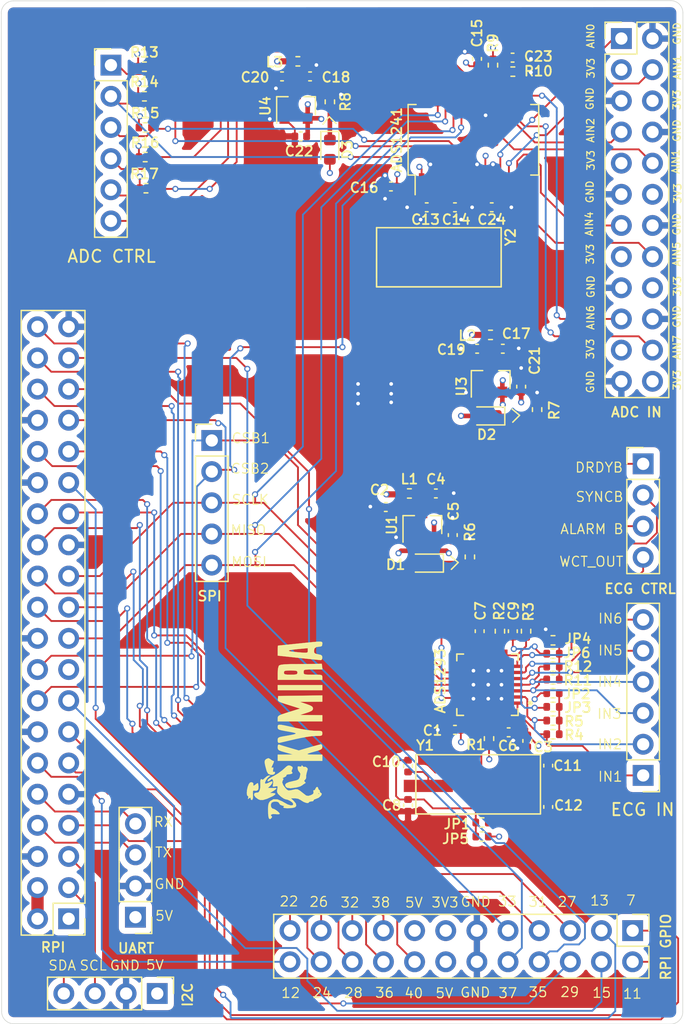
<source format=kicad_pcb>
(kicad_pcb (version 20171130) (host pcbnew "(5.1.10)-1")
  (layers (0 F.Cu signal) (1 In1.Cu power) (2 In2.Cu power hide) (31 B.Cu signal) (34 B.Paste user) (35 F.Paste user) (36 B.SilkS user) (37 F.SilkS user) (38 B.Mask user) (39 F.Mask user) (44 Edge.Cuts user))
  (net 0 "")
  (net 1 ECG_3v3)
  (net 2 Earth)
  (net 3 "Net-(C2-Pad1)")
  (net 4 "Net-(C6-Pad1)")
  (net 5 "Net-(C7-Pad1)")
  (net 6 "Net-(C10-Pad1)")
  (net 7 RLDOUT)
  (net 8 "Net-(C9-Pad2)")
  (net 9 "Net-(C10-Pad2)")
  (net 10 "Net-(C11-Pad2)")
  (net 11 "Net-(C13-Pad1)")
  (net 12 "Net-(C14-Pad1)")
  (net 13 ADC_3v3)
  (net 14 "Net-(C17-Pad1)")
  (net 15 "Net-(C18-Pad1)")
  (net 16 Strain_3v3)
  (net 17 "Net-(C23-Pad1)")
  (net 18 CSB1)
  (net 19 CSB2)
  (net 20 SCLK)
  (net 21 MISO)
  (net 22 MOSI)
  (net 23 I2C1_SDA)
  (net 24 I2C1_SCL)
  (net 25 UART_TX)
  (net 26 UART_RX)
  (net 27 12)
  (net 28 22)
  (net 29 24)
  (net 30 26)
  (net 31 28)
  (net 32 32)
  (net 33 36)
  (net 34 38)
  (net 35 40)
  (net 36 3V3)
  (net 37 37)
  (net 38 33)
  (net 39 35)
  (net 40 31)
  (net 41 29)
  (net 42 27)
  (net 43 15)
  (net 44 13)
  (net 45 11)
  (net 46 7)
  (net 47 DRDYB)
  (net 48 SYNCB)
  (net 49 ALARMB)
  (net 50 WCT_OUT)
  (net 51 ~DSYNC)
  (net 52 ~RESET)
  (net 53 ~PDWN)
  (net 54 POL)
  (net 55 BUFEN)
  (net 56 DRDY)
  (net 57 AIN0)
  (net 58 AIN1)
  (net 59 AIN2)
  (net 60 AIN3)
  (net 61 AIN4)
  (net 62 AIN5)
  (net 63 AIN6)
  (net 64 AIN7)
  (net 65 IN6)
  (net 66 IN5)
  (net 67 IN4)
  (net 68 IN3)
  (net 69 IN2)
  (net 70 IN1)
  (net 71 "Net-(JP2-Pad2)")
  (net 72 "Net-(JP4-Pad2)")
  (net 73 "Net-(R1-Pad2)")
  (net 74 "Net-(R3-Pad1)")
  (net 75 "Net-(U2-Pad21)")
  (net 76 "Net-(D1-Pad2)")
  (net 77 "Net-(D2-Pad2)")
  (net 78 "Net-(D3-Pad2)")
  (net 79 5V)
  (net 80 "Net-(J1-Pad17)")
  (module "RasperryPi ECG Hat:Kymira" (layer F.Cu) (at 75.438 92.202 90)
    (fp_text reference G*** hide)
    (fp_text value LOGO hide)
  )
  (module "RasperryPi ECG Hat:LED" (layer F.Cu) (at 79.1 45 270)
    (fp_text reference D3 (at 0 -1.43 90) (layer F.SilkS) (effects (font (size 0.8 0.8))))
    (fp_text value LED)
    (pad 2 smd roundrect (at -0.7875 0 270) (size 0.875 0.95) (layers F.Cu F.Paste F.Mask) (net 78 "Net-(D3-Pad2)"))
    (pad 1 smd roundrect (at 0.7875 0 270) (size 0.875 0.95) (layers F.Cu F.Paste F.Mask) (net 13 ADC_3v3))
  )
  (module Connector_PinHeader_2.54mm:PinHeader_1x06_P2.54mm_Vertical (layer F.Cu) (at 104.648 96.012 180)
    (fp_text reference "ECG IN" (at 0.048 -2.788) (layer F.SilkS))
    (fp_text value "ECG Input")
    (pad 1 thru_hole rect (at 0 0 180) (size 1.7 1.7) (drill 1) (layers *.Cu *.Mask) (net 70 IN1))
    (pad 2 thru_hole oval (at 0 2.54 180) (size 1.7 1.7) (drill 1) (layers *.Cu *.Mask) (net 69 IN2))
    (pad 3 thru_hole oval (at 0 5.08 180) (size 1.7 1.7) (drill 1) (layers *.Cu *.Mask) (net 68 IN3))
    (pad 4 thru_hole oval (at 0 7.62 180) (size 1.7 1.7) (drill 1) (layers *.Cu *.Mask) (net 67 IN4))
    (pad 5 thru_hole oval (at 0 10.16 180) (size 1.7 1.7) (drill 1) (layers *.Cu *.Mask) (net 66 IN5))
    (pad 6 thru_hole oval (at 0 12.7 180) (size 1.7 1.7) (drill 1) (layers *.Cu *.Mask) (net 65 IN6))
  )
  (module Resistor_SMD:R_0402_1005Metric (layer F.Cu) (at 63.9765 38.237)
    (fp_text reference R13 (at 0 -1.17) (layer F.SilkS) (effects (font (size 0.8 0.8))))
    (fp_text value 10k)
    (pad 2 smd roundrect (at 0.51 0) (size 0.54 0.64) (layers F.Cu F.Paste F.Mask) (net 51 ~DSYNC))
    (pad 1 smd roundrect (at -0.51 0) (size 0.54 0.64) (layers F.Cu F.Paste F.Mask) (net 13 ADC_3v3))
  )
  (module Resistor_SMD:R_0402_1005Metric (layer F.Cu) (at 92.4 38.11 270)
    (fp_text reference R9 (at -1.8 0 270) (layer F.SilkS) (effects (font (size 0.8 0.8))))
    (fp_text value 10k)
    (pad 1 smd roundrect (at -0.51 0 270) (size 0.54 0.64) (layers F.Cu F.Paste F.Mask) (net 13 ADC_3v3))
    (pad 2 smd roundrect (at 0.51 0 270) (size 0.54 0.64) (layers F.Cu F.Paste F.Mask) (net 17 "Net-(C23-Pad1)"))
  )
  (module "RasperryPi ECG Hat:LED" (layer F.Cu) (at 91.8805 66.707 180)
    (fp_text reference D2 (at 0 -1.524) (layer F.SilkS) (effects (font (size 0.8 0.8))))
    (fp_text value LED)
    (pad 2 smd roundrect (at -0.7875 0 180) (size 0.875 0.95) (layers F.Cu F.Paste F.Mask) (net 77 "Net-(D2-Pad2)"))
    (pad 1 smd roundrect (at 0.7875 0 180) (size 0.875 0.95) (layers F.Cu F.Paste F.Mask) (net 16 Strain_3v3))
  )
  (module Resistor_SMD:R_0402_1005Metric (layer F.Cu) (at 92.968 84.255 90)
    (fp_text reference R2 (at 1.651 -0.0635 270) (layer F.SilkS) (effects (font (size 0.8 0.8))))
    (fp_text value 10M)
    (pad 2 smd roundrect (at 0.51 0 90) (size 0.54 0.64) (layers F.Cu F.Paste F.Mask) (net 8 "Net-(C9-Pad2)"))
    (pad 1 smd roundrect (at -0.51 0 90) (size 0.54 0.64) (layers F.Cu F.Paste F.Mask) (net 7 RLDOUT))
  )
  (module "RasperryPi ECG Hat:SMD_Crystal_2_pin_11.3_4.5" (layer F.Cu) (at 95 96.866 270)
    (fp_text reference Y1 (at -3.302 8.128) (layer F.SilkS) (effects (font (size 0.8 0.8))))
    (fp_text value 4.096)
    (pad 2 smd rect (at 0 -0.254 270) (size 1 4) (layers F.Cu F.Paste F.Mask) (net 10 "Net-(C11-Pad2)"))
    (pad 1 smd rect (at 0 7.874 270) (size 1 4) (layers F.Cu F.Paste F.Mask) (net 9 "Net-(C10-Pad2)"))
  )
  (module Capacitor_SMD:C_0402_1005Metric (layer F.Cu) (at 87.7435 73.0268)
    (fp_text reference C4 (at 0 -1.16) (layer F.SilkS) (effects (font (size 0.8 0.8))))
    (fp_text value 4.7u)
    (pad 2 smd roundrect (at 0.48 0) (size 0.56 0.62) (layers F.Cu F.Paste F.Mask) (net 2 Earth))
    (pad 1 smd roundrect (at -0.48 0) (size 0.56 0.62) (layers F.Cu F.Paste F.Mask) (net 3 "Net-(C2-Pad1)"))
  )
  (module Capacitor_SMD:C_0402_1005Metric (layer F.Cu) (at 93.68 92.5)
    (fp_text reference C6 (at -0.08 1.1) (layer F.SilkS) (effects (font (size 0.8 0.8))))
    (fp_text value 1u)
    (pad 1 smd roundrect (at -0.48 0) (size 0.56 0.62) (layers F.Cu F.Paste F.Mask) (net 4 "Net-(C6-Pad1)"))
    (pad 2 smd roundrect (at 0.48 0) (size 0.56 0.62) (layers F.Cu F.Paste F.Mask) (net 2 Earth))
  )
  (module "RasperryPi ECG Hat:SMD_Crystal_2_pin_11.3_4.5" (layer F.Cu) (at 91.8 53.9 270)
    (fp_text reference Y2 (at -1.778 -2.032 90) (layer F.SilkS) (effects (font (size 0.8 0.8))))
    (fp_text value 4.096)
    (pad 1 smd rect (at 0 7.874 270) (size 1 4) (layers F.Cu F.Paste F.Mask) (net 11 "Net-(C13-Pad1)"))
    (pad 2 smd rect (at 0 -0.254 270) (size 1 4) (layers F.Cu F.Paste F.Mask) (net 12 "Net-(C14-Pad1)"))
  )
  (module Connector_PinHeader_2.54mm:PinHeader_1x05_P2.54mm_Vertical (layer F.Cu) (at 69.469 68.707)
    (fp_text reference SPI (at -0.169 12.693) (layer F.SilkS) (effects (font (size 0.8 0.8))))
    (fp_text value SPI)
    (pad 5 thru_hole oval (at 0 10.16) (size 1.7 1.7) (drill 1) (layers *.Cu *.Mask) (net 22 MOSI))
    (pad 4 thru_hole oval (at 0 7.62) (size 1.7 1.7) (drill 1) (layers *.Cu *.Mask) (net 21 MISO))
    (pad 3 thru_hole oval (at 0 5.08) (size 1.7 1.7) (drill 1) (layers *.Cu *.Mask) (net 20 SCLK))
    (pad 2 thru_hole oval (at 0 2.54) (size 1.7 1.7) (drill 1) (layers *.Cu *.Mask) (net 19 CSB2))
    (pad 1 thru_hole rect (at 0 0) (size 1.7 1.7) (drill 1) (layers *.Cu *.Mask) (net 18 CSB1))
  )
  (module Connector_PinHeader_2.54mm:PinHeader_2x12_P2.54mm_Vertical (layer F.Cu) (at 103.789 108.666 270)
    (fp_text reference "RPI GPIO" (at 1.334 -2.711 270) (layer F.SilkS) (effects (font (size 0.8 0.8))))
    (fp_text value "Extra pins")
    (pad 1 thru_hole rect (at 0 0 270) (size 1.7 1.7) (drill 1) (layers *.Cu *.Mask) (net 46 7))
    (pad 2 thru_hole oval (at 2.54 0 270) (size 1.7 1.7) (drill 1) (layers *.Cu *.Mask) (net 45 11))
    (pad 3 thru_hole oval (at 0 2.54 270) (size 1.7 1.7) (drill 1) (layers *.Cu *.Mask) (net 44 13))
    (pad 4 thru_hole oval (at 2.54 2.54 270) (size 1.7 1.7) (drill 1) (layers *.Cu *.Mask) (net 43 15))
    (pad 5 thru_hole oval (at 0 5.08 270) (size 1.7 1.7) (drill 1) (layers *.Cu *.Mask) (net 42 27))
    (pad 6 thru_hole oval (at 2.54 5.08 270) (size 1.7 1.7) (drill 1) (layers *.Cu *.Mask) (net 41 29))
    (pad 7 thru_hole oval (at 0 7.62 270) (size 1.7 1.7) (drill 1) (layers *.Cu *.Mask) (net 40 31))
    (pad 8 thru_hole oval (at 2.54 7.62 270) (size 1.7 1.7) (drill 1) (layers *.Cu *.Mask) (net 39 35))
    (pad 9 thru_hole oval (at 0 10.16 270) (size 1.7 1.7) (drill 1) (layers *.Cu *.Mask) (net 38 33))
    (pad 10 thru_hole oval (at 2.54 10.16 270) (size 1.7 1.7) (drill 1) (layers *.Cu *.Mask) (net 37 37))
    (pad 11 thru_hole oval (at 0 12.7 270) (size 1.7 1.7) (drill 1) (layers *.Cu *.Mask) (net 2 Earth))
    (pad 12 thru_hole oval (at 2.54 12.7 270) (size 1.7 1.7) (drill 1) (layers *.Cu *.Mask) (net 2 Earth))
    (pad 13 thru_hole oval (at 0 15.24 270) (size 1.7 1.7) (drill 1) (layers *.Cu *.Mask) (net 36 3V3))
    (pad 14 thru_hole oval (at 2.54 15.24 270) (size 1.7 1.7) (drill 1) (layers *.Cu *.Mask) (net 79 5V))
    (pad 15 thru_hole oval (at 0 17.78 270) (size 1.7 1.7) (drill 1) (layers *.Cu *.Mask) (net 79 5V))
    (pad 16 thru_hole oval (at 2.54 17.78 270) (size 1.7 1.7) (drill 1) (layers *.Cu *.Mask) (net 35 40))
    (pad 17 thru_hole oval (at 0 20.32 270) (size 1.7 1.7) (drill 1) (layers *.Cu *.Mask) (net 34 38))
    (pad 18 thru_hole oval (at 2.54 20.32 270) (size 1.7 1.7) (drill 1) (layers *.Cu *.Mask) (net 33 36))
    (pad 19 thru_hole oval (at 0 22.86 270) (size 1.7 1.7) (drill 1) (layers *.Cu *.Mask) (net 32 32))
    (pad 20 thru_hole oval (at 2.54 22.86 270) (size 1.7 1.7) (drill 1) (layers *.Cu *.Mask) (net 31 28))
    (pad 21 thru_hole oval (at 0 25.4 270) (size 1.7 1.7) (drill 1) (layers *.Cu *.Mask) (net 30 26))
    (pad 22 thru_hole oval (at 2.54 25.4 270) (size 1.7 1.7) (drill 1) (layers *.Cu *.Mask) (net 29 24))
    (pad 23 thru_hole oval (at 0 27.94 270) (size 1.7 1.7) (drill 1) (layers *.Cu *.Mask) (net 28 22))
    (pad 24 thru_hole oval (at 2.54 27.94 270) (size 1.7 1.7) (drill 1) (layers *.Cu *.Mask) (net 27 12))
  )
  (module "RasperryPi ECG Hat:WQFN 28" (layer F.Cu) (at 91.7488 90.4478 180)
    (fp_text reference ADS1293 (at 3.6488 2.1478 90) (layer F.SilkS) (effects (font (size 0.8 0.8))))
    (fp_text value ADS1293)
    (pad 22 smd roundrect (at 1.2968 -0.6062 180) (size 0.27 0.86) (layers F.Cu F.Paste F.Mask) (roundrect_rratio 0.03) (net 1 ECG_3v3))
    (pad 18 smd roundrect (at 2.2318 1.8288 180) (size 0.86 0.27) (layers F.Cu F.Paste F.Mask) (roundrect_rratio 0.03) (net 21 MISO))
    (pad 28 smd roundrect (at -1.7032 -0.6062 180) (size 0.27 0.86) (layers F.Cu F.Paste F.Mask) (roundrect_rratio 0.03) (net 1 ECG_3v3))
    (pad 9 smd roundrect (at -1.2032 4.2638 180) (size 0.27 0.86) (layers F.Cu F.Paste F.Mask) (roundrect_rratio 0.03) (net 7 RLDOUT))
    (pad 7 smd roundrect (at -2.6382 3.3288 180) (size 0.86 0.27) (layers F.Cu F.Paste F.Mask) (roundrect_rratio 0.03) (net 50 WCT_OUT))
    (pad 25 smd roundrect (at -0.2032 -0.6062 180) (size 0.27 0.86) (layers F.Cu F.Paste F.Mask) (roundrect_rratio 0.03) (net 73 "Net-(R1-Pad2)"))
    (pad 8 smd roundrect (at -1.7032 4.2638 180) (size 0.27 0.86) (layers F.Cu F.Paste F.Mask) (roundrect_rratio 0.03) (net 74 "Net-(R3-Pad1)"))
    (pad 12 smd roundrect (at 0.2968 4.2638 180) (size 0.27 0.86) (layers F.Cu F.Paste F.Mask) (roundrect_rratio 0.03) (net 5 "Net-(C7-Pad1)"))
    (pad 27 smd roundrect (at -1.2032 -0.6062 180) (size 0.27 0.86) (layers F.Cu F.Paste F.Mask) (roundrect_rratio 0.03) (net 2 Earth))
    (pad 16 smd roundrect (at 2.2318 2.8288 180) (size 0.86 0.27) (layers F.Cu F.Paste F.Mask) (roundrect_rratio 0.03) (net 18 CSB1))
    (pad 4 smd roundrect (at -2.6382 1.8288 180) (size 0.86 0.27) (layers F.Cu F.Paste F.Mask) (roundrect_rratio 0.03) (net 67 IN4))
    (pad 29 smd rect (at -0.2032 1.8288 180) (size 3 3) (layers F.Cu F.Mask) (net 2 Earth))
    (pad 21 smd roundrect (at 2.2318 0.3288 180) (size 0.86 0.27) (layers F.Cu F.Paste F.Mask) (roundrect_rratio 0.03) (net 75 "Net-(U2-Pad21)"))
    (pad 15 smd roundrect (at 2.2318 3.3288 180) (size 0.86 0.27) (layers F.Cu F.Paste F.Mask) (roundrect_rratio 0.03) (net 49 ALARMB))
    (pad 26 smd roundrect (at -0.7032 -0.6062 180) (size 0.27 0.86) (layers F.Cu F.Paste F.Mask) (roundrect_rratio 0.03) (net 4 "Net-(C6-Pad1)"))
    (pad 1 smd roundrect (at -2.6382 0.3288 180) (size 0.86 0.27) (layers F.Cu F.Paste F.Mask) (roundrect_rratio 0.03) (net 70 IN1))
    (pad 6 smd roundrect (at -2.6382 2.8288 180) (size 0.86 0.27) (layers F.Cu F.Paste F.Mask) (roundrect_rratio 0.03) (net 65 IN6))
    (pad 23 smd roundrect (at 0.7968 -0.6062 180) (size 0.27 0.86) (layers F.Cu F.Paste F.Mask) (roundrect_rratio 0.03) (net 9 "Net-(C10-Pad2)"))
    (pad 13 smd roundrect (at 0.7968 4.2638 180) (size 0.27 0.86) (layers F.Cu F.Paste F.Mask) (roundrect_rratio 0.03) (net 48 SYNCB))
    (pad 19 smd roundrect (at 2.2318 1.3288 180) (size 0.86 0.27) (layers F.Cu F.Paste F.Mask) (roundrect_rratio 0.03) (net 22 MOSI))
    (pad 14 smd roundrect (at 1.2968 4.2638 180) (size 0.27 0.86) (layers F.Cu F.Paste F.Mask) (roundrect_rratio 0.03) (net 2 Earth))
    (pad 20 smd roundrect (at 2.2318 0.8288 180) (size 0.86 0.27) (layers F.Cu F.Paste F.Mask) (roundrect_rratio 0.03) (net 47 DRDYB))
    (pad 5 smd roundrect (at -2.6382 2.3288 180) (size 0.86 0.27) (layers F.Cu F.Paste F.Mask) (roundrect_rratio 0.03) (net 66 IN5))
    (pad 17 smd roundrect (at 2.2318 2.3288 180) (size 0.86 0.27) (layers F.Cu F.Paste F.Mask) (roundrect_rratio 0.03) (net 20 SCLK))
    (pad 24 smd roundrect (at 0.2968 -0.6062 180) (size 0.27 0.86) (layers F.Cu F.Paste F.Mask) (roundrect_rratio 0.03) (net 10 "Net-(C11-Pad2)"))
    (pad 10 smd roundrect (at -0.7032 4.2638 180) (size 0.27 0.86) (layers F.Cu F.Paste F.Mask) (roundrect_rratio 0.03) (net 8 "Net-(C9-Pad2)"))
    (pad 11 smd roundrect (at -0.2032 4.2638 180) (size 0.27 0.86) (layers F.Cu F.Paste F.Mask) (roundrect_rratio 0.03) (net 5 "Net-(C7-Pad1)"))
    (pad 3 smd roundrect (at -2.6382 1.3288 180) (size 0.86 0.27) (layers F.Cu F.Paste F.Mask) (roundrect_rratio 0.03) (net 68 IN3))
    (pad 2 smd roundrect (at -2.6382 0.8288 180) (size 0.86 0.27) (layers F.Cu F.Paste F.Mask) (roundrect_rratio 0.03) (net 69 IN2))
  )
  (module Connector_PinHeader_2.54mm:PinHeader_1x04_P2.54mm_Vertical (layer F.Cu) (at 104.648 70.612)
    (fp_text reference "ECG CTRL" (at -0.248 10.188) (layer F.SilkS) (effects (font (size 0.8 0.8))))
    (fp_text value "ECG Control")
    (pad 4 thru_hole oval (at 0 7.62) (size 1.7 1.7) (drill 1) (layers *.Cu *.Mask) (net 50 WCT_OUT))
    (pad 3 thru_hole oval (at 0 5.08) (size 1.7 1.7) (drill 1) (layers *.Cu *.Mask) (net 49 ALARMB))
    (pad 2 thru_hole oval (at 0 2.54) (size 1.7 1.7) (drill 1) (layers *.Cu *.Mask) (net 48 SYNCB))
    (pad 1 thru_hole rect (at 0 0) (size 1.7 1.7) (drill 1) (layers *.Cu *.Mask) (net 47 DRDYB))
  )
  (module Capacitor_SMD:C_0402_1005Metric (layer F.Cu) (at 83.6605 74.1333 180)
    (fp_text reference C2 (at 0.508 1.397) (layer F.SilkS) (effects (font (size 0.8 0.8))))
    (fp_text value 10u)
    (pad 1 smd roundrect (at -0.48 0 180) (size 0.56 0.62) (layers F.Cu F.Paste F.Mask) (net 3 "Net-(C2-Pad1)"))
    (pad 2 smd roundrect (at 0.48 0 180) (size 0.56 0.62) (layers F.Cu F.Paste F.Mask) (net 2 Earth))
  )
  (module Capacitor_SMD:C_0402_1005Metric (layer F.Cu) (at 89.1215 76.4193 90)
    (fp_text reference C5 (at 1.933 0.0635 90) (layer F.SilkS) (effects (font (size 0.8 0.8))))
    (fp_text value 4.7u)
    (pad 2 smd roundrect (at 0.48 0 90) (size 0.56 0.62) (layers F.Cu F.Paste F.Mask) (net 2 Earth))
    (pad 1 smd roundrect (at -0.48 0 90) (size 0.56 0.62) (layers F.Cu F.Paste F.Mask) (net 1 ECG_3v3))
  )
  (module Capacitor_SMD:C_0402_1005Metric (layer F.Cu) (at 93.2035 61.23)
    (fp_text reference C17 (at 1.0965 -1.23) (layer F.SilkS) (effects (font (size 0.8 0.8))))
    (fp_text value 10u)
    (pad 2 smd roundrect (at 0.48 0) (size 0.56 0.62) (layers F.Cu F.Paste F.Mask) (net 2 Earth))
    (pad 1 smd roundrect (at -0.48 0) (size 0.56 0.62) (layers F.Cu F.Paste F.Mask) (net 14 "Net-(C17-Pad1)"))
  )
  (module Capacitor_SMD:C_0402_1005Metric (layer F.Cu) (at 77.4845 39.0285)
    (fp_text reference C18 (at 2.1155 0.0715) (layer F.SilkS) (effects (font (size 0.8 0.8))))
    (fp_text value 10u)
    (pad 2 smd roundrect (at 0.48 0) (size 0.56 0.62) (layers F.Cu F.Paste F.Mask) (net 2 Earth))
    (pad 1 smd roundrect (at -0.48 0) (size 0.56 0.62) (layers F.Cu F.Paste F.Mask) (net 15 "Net-(C18-Pad1)"))
  )
  (module Capacitor_SMD:C_0402_1005Metric (layer F.Cu) (at 91.108 61.23 180)
    (fp_text reference C19 (at 2.108 -0.07) (layer F.SilkS) (effects (font (size 0.8 0.8))))
    (fp_text value 4.7u)
    (pad 1 smd roundrect (at -0.48 0 180) (size 0.56 0.62) (layers F.Cu F.Paste F.Mask) (net 14 "Net-(C17-Pad1)"))
    (pad 2 smd roundrect (at 0.48 0 180) (size 0.56 0.62) (layers F.Cu F.Paste F.Mask) (net 2 Earth))
  )
  (module Capacitor_SMD:C_0402_1005Metric (layer F.Cu) (at 75.1985 39.0285 180)
    (fp_text reference C20 (at 2.1985 -0.0715) (layer F.SilkS) (effects (font (size 0.8 0.8))))
    (fp_text value 4.7u)
    (pad 2 smd roundrect (at 0.48 0 180) (size 0.56 0.62) (layers F.Cu F.Paste F.Mask) (net 2 Earth))
    (pad 1 smd roundrect (at -0.48 0 180) (size 0.56 0.62) (layers F.Cu F.Paste F.Mask) (net 15 "Net-(C18-Pad1)"))
  )
  (module Capacitor_SMD:C_0402_1005Metric (layer F.Cu) (at 94.7 64.32 90)
    (fp_text reference C21 (at 2.12 1.1 90) (layer F.SilkS) (effects (font (size 0.8 0.8))))
    (fp_text value 4.7u)
    (pad 2 smd roundrect (at 0.48 0 90) (size 0.56 0.62) (layers F.Cu F.Paste F.Mask) (net 2 Earth))
    (pad 1 smd roundrect (at -0.48 0 90) (size 0.56 0.62) (layers F.Cu F.Paste F.Mask) (net 16 Strain_3v3))
  )
  (module Capacitor_SMD:C_0402_1005Metric (layer F.Cu) (at 76.7225 43.918 180)
    (fp_text reference C22 (at 0.127 -1.2065) (layer F.SilkS) (effects (font (size 0.8 0.8))))
    (fp_text value 4.7u)
    (pad 1 smd roundrect (at -0.48 0 180) (size 0.56 0.62) (layers F.Cu F.Paste F.Mask) (net 13 ADC_3v3))
    (pad 2 smd roundrect (at 0.48 0 180) (size 0.56 0.62) (layers F.Cu F.Paste F.Mask) (net 2 Earth))
  )
  (module Connector_PinHeader_2.54mm:PinHeader_1x04_P2.54mm_Vertical (layer F.Cu) (at 65.024 113.792 270)
    (fp_text reference I2C (at 0.108 -2.476 90) (layer F.SilkS) (effects (font (size 0.8 0.8))))
    (fp_text value I2C)
    (pad 1 thru_hole rect (at 0 0 270) (size 1.7 1.7) (drill 1) (layers *.Cu *.Mask) (net 79 5V))
    (pad 2 thru_hole oval (at 0 2.54 270) (size 1.7 1.7) (drill 1) (layers *.Cu *.Mask) (net 2 Earth))
    (pad 3 thru_hole oval (at 0 5.08 270) (size 1.7 1.7) (drill 1) (layers *.Cu *.Mask) (net 24 I2C1_SCL))
    (pad 4 thru_hole oval (at 0 7.62 270) (size 1.7 1.7) (drill 1) (layers *.Cu *.Mask) (net 23 I2C1_SDA))
  )
  (module Connector_PinHeader_2.54mm:PinHeader_1x04_P2.54mm_Vertical (layer F.Cu) (at 63.246 107.569 180)
    (fp_text reference UART (at -0.054 -2.531) (layer F.SilkS) (effects (font (size 0.8 0.8))))
    (fp_text value UART)
    (pad 4 thru_hole oval (at 0 7.62 180) (size 1.7 1.7) (drill 1) (layers *.Cu *.Mask) (net 26 UART_RX))
    (pad 3 thru_hole oval (at 0 5.08 180) (size 1.7 1.7) (drill 1) (layers *.Cu *.Mask) (net 25 UART_TX))
    (pad 2 thru_hole oval (at 0 2.54 180) (size 1.7 1.7) (drill 1) (layers *.Cu *.Mask) (net 2 Earth))
    (pad 1 thru_hole rect (at 0 0 180) (size 1.7 1.7) (drill 1) (layers *.Cu *.Mask) (net 79 5V))
  )
  (module Connector_PinHeader_2.54mm:PinHeader_1x06_P2.54mm_Vertical (layer F.Cu) (at 61.246 38.11)
    (fp_text reference "ADC CTRL" (at 0.054 15.59) (layer F.SilkS))
    (fp_text value "ADC Control")
    (pad 6 thru_hole oval (at 0 12.7) (size 1.7 1.7) (drill 1) (layers *.Cu *.Mask) (net 56 DRDY))
    (pad 5 thru_hole oval (at 0 10.16) (size 1.7 1.7) (drill 1) (layers *.Cu *.Mask) (net 55 BUFEN))
    (pad 4 thru_hole oval (at 0 7.62) (size 1.7 1.7) (drill 1) (layers *.Cu *.Mask) (net 54 POL))
    (pad 3 thru_hole oval (at 0 5.08) (size 1.7 1.7) (drill 1) (layers *.Cu *.Mask) (net 53 ~PDWN))
    (pad 2 thru_hole oval (at 0 2.54) (size 1.7 1.7) (drill 1) (layers *.Cu *.Mask) (net 52 ~RESET))
    (pad 1 thru_hole rect (at 0 0) (size 1.7 1.7) (drill 1) (layers *.Cu *.Mask) (net 51 ~DSYNC))
  )
  (module Connector_PinHeader_2.54mm:PinHeader_2x12_P2.54mm_Vertical (layer F.Cu) (at 102.87 35.941)
    (fp_text reference "ADC IN" (at 1.23 30.459) (layer F.SilkS) (effects (font (size 0.8 0.8))))
    (fp_text value "ADC Input")
    (pad 24 thru_hole oval (at 2.54 27.94) (size 1.7 1.7) (drill 1) (layers *.Cu *.Mask) (net 16 Strain_3v3))
    (pad 23 thru_hole oval (at 0 27.94) (size 1.7 1.7) (drill 1) (layers *.Cu *.Mask) (net 2 Earth))
    (pad 22 thru_hole oval (at 2.54 25.4) (size 1.7 1.7) (drill 1) (layers *.Cu *.Mask) (net 64 AIN7))
    (pad 21 thru_hole oval (at 0 25.4) (size 1.7 1.7) (drill 1) (layers *.Cu *.Mask) (net 16 Strain_3v3))
    (pad 20 thru_hole oval (at 2.54 22.86) (size 1.7 1.7) (drill 1) (layers *.Cu *.Mask) (net 2 Earth))
    (pad 19 thru_hole oval (at 0 22.86) (size 1.7 1.7) (drill 1) (layers *.Cu *.Mask) (net 63 AIN6))
    (pad 18 thru_hole oval (at 2.54 20.32) (size 1.7 1.7) (drill 1) (layers *.Cu *.Mask) (net 16 Strain_3v3))
    (pad 17 thru_hole oval (at 0 20.32) (size 1.7 1.7) (drill 1) (layers *.Cu *.Mask) (net 2 Earth))
    (pad 16 thru_hole oval (at 2.54 17.78) (size 1.7 1.7) (drill 1) (layers *.Cu *.Mask) (net 62 AIN5))
    (pad 15 thru_hole oval (at 0 17.78) (size 1.7 1.7) (drill 1) (layers *.Cu *.Mask) (net 16 Strain_3v3))
    (pad 14 thru_hole oval (at 2.54 15.24) (size 1.7 1.7) (drill 1) (layers *.Cu *.Mask) (net 2 Earth))
    (pad 13 thru_hole oval (at 0 15.24) (size 1.7 1.7) (drill 1) (layers *.Cu *.Mask) (net 61 AIN4))
    (pad 12 thru_hole oval (at 2.54 12.7) (size 1.7 1.7) (drill 1) (layers *.Cu *.Mask) (net 16 Strain_3v3))
    (pad 11 thru_hole oval (at 0 12.7) (size 1.7 1.7) (drill 1) (layers *.Cu *.Mask) (net 2 Earth))
    (pad 10 thru_hole oval (at 2.54 10.16) (size 1.7 1.7) (drill 1) (layers *.Cu *.Mask) (net 60 AIN3))
    (pad 9 thru_hole oval (at 0 10.16) (size 1.7 1.7) (drill 1) (layers *.Cu *.Mask) (net 16 Strain_3v3))
    (pad 8 thru_hole oval (at 2.54 7.62) (size 1.7 1.7) (drill 1) (layers *.Cu *.Mask) (net 2 Earth))
    (pad 7 thru_hole oval (at 0 7.62) (size 1.7 1.7) (drill 1) (layers *.Cu *.Mask) (net 59 AIN2))
    (pad 6 thru_hole oval (at 2.54 5.08) (size 1.7 1.7) (drill 1) (layers *.Cu *.Mask) (net 16 Strain_3v3))
    (pad 5 thru_hole oval (at 0 5.08) (size 1.7 1.7) (drill 1) (layers *.Cu *.Mask) (net 2 Earth))
    (pad 4 thru_hole oval (at 2.54 2.54) (size 1.7 1.7) (drill 1) (layers *.Cu *.Mask) (net 58 AIN1))
    (pad 3 thru_hole oval (at 0 2.54) (size 1.7 1.7) (drill 1) (layers *.Cu *.Mask) (net 16 Strain_3v3))
    (pad 2 thru_hole oval (at 2.54 0) (size 1.7 1.7) (drill 1) (layers *.Cu *.Mask) (net 2 Earth))
    (pad 1 thru_hole rect (at 0 0) (size 1.7 1.7) (drill 1) (layers *.Cu *.Mask) (net 57 AIN0))
  )
  (module Connector_PinHeader_2.54mm:PinHeader_2x20_P2.54mm_Vertical (layer F.Cu) (at 57.8 107.7 180)
    (fp_text reference RPI (at 1.27 -2.33) (layer F.SilkS) (effects (font (size 0.8 0.8))))
    (fp_text value Raspberry_Pi_4)
    (pad 1 thru_hole rect (at 0 0 180) (size 1.7 1.7) (drill 1) (layers *.Cu *.Mask) (net 36 3V3))
    (pad 2 thru_hole oval (at 2.54 0 180) (size 1.7 1.7) (drill 1) (layers *.Cu *.Mask) (net 79 5V))
    (pad 3 thru_hole oval (at 0 2.54 180) (size 1.7 1.7) (drill 1) (layers *.Cu *.Mask) (net 23 I2C1_SDA))
    (pad 4 thru_hole oval (at 2.54 2.54 180) (size 1.7 1.7) (drill 1) (layers *.Cu *.Mask) (net 79 5V))
    (pad 5 thru_hole oval (at 0 5.08 180) (size 1.7 1.7) (drill 1) (layers *.Cu *.Mask) (net 24 I2C1_SCL))
    (pad 6 thru_hole oval (at 2.54 5.08 180) (size 1.7 1.7) (drill 1) (layers *.Cu *.Mask) (net 2 Earth))
    (pad 7 thru_hole oval (at 0 7.62 180) (size 1.7 1.7) (drill 1) (layers *.Cu *.Mask) (net 46 7))
    (pad 8 thru_hole oval (at 2.54 7.62 180) (size 1.7 1.7) (drill 1) (layers *.Cu *.Mask) (net 25 UART_TX))
    (pad 9 thru_hole oval (at 0 10.16 180) (size 1.7 1.7) (drill 1) (layers *.Cu *.Mask) (net 2 Earth))
    (pad 10 thru_hole oval (at 2.54 10.16 180) (size 1.7 1.7) (drill 1) (layers *.Cu *.Mask) (net 26 UART_RX))
    (pad 11 thru_hole oval (at 0 12.7 180) (size 1.7 1.7) (drill 1) (layers *.Cu *.Mask) (net 45 11))
    (pad 12 thru_hole oval (at 2.54 12.7 180) (size 1.7 1.7) (drill 1) (layers *.Cu *.Mask) (net 27 12))
    (pad 13 thru_hole oval (at 0 15.24 180) (size 1.7 1.7) (drill 1) (layers *.Cu *.Mask) (net 44 13))
    (pad 14 thru_hole oval (at 2.54 15.24 180) (size 1.7 1.7) (drill 1) (layers *.Cu *.Mask) (net 2 Earth))
    (pad 15 thru_hole oval (at 0 17.78 180) (size 1.7 1.7) (drill 1) (layers *.Cu *.Mask) (net 43 15))
    (pad 16 thru_hole oval (at 2.54 17.78 180) (size 1.7 1.7) (drill 1) (layers *.Cu *.Mask) (net 19 CSB2))
    (pad 17 thru_hole oval (at 0 20.32 180) (size 1.7 1.7) (drill 1) (layers *.Cu *.Mask) (net 80 "Net-(J1-Pad17)"))
    (pad 18 thru_hole oval (at 2.54 20.32 180) (size 1.7 1.7) (drill 1) (layers *.Cu *.Mask) (net 18 CSB1))
    (pad 19 thru_hole oval (at 0 22.86 180) (size 1.7 1.7) (drill 1) (layers *.Cu *.Mask) (net 22 MOSI))
    (pad 20 thru_hole oval (at 2.54 22.86 180) (size 1.7 1.7) (drill 1) (layers *.Cu *.Mask) (net 2 Earth))
    (pad 21 thru_hole oval (at 0 25.4 180) (size 1.7 1.7) (drill 1) (layers *.Cu *.Mask) (net 21 MISO))
    (pad 22 thru_hole oval (at 2.54 25.4 180) (size 1.7 1.7) (drill 1) (layers *.Cu *.Mask) (net 28 22))
    (pad 23 thru_hole oval (at 0 27.94 180) (size 1.7 1.7) (drill 1) (layers *.Cu *.Mask) (net 20 SCLK))
    (pad 24 thru_hole oval (at 2.54 27.94 180) (size 1.7 1.7) (drill 1) (layers *.Cu *.Mask) (net 29 24))
    (pad 25 thru_hole oval (at 0 30.48 180) (size 1.7 1.7) (drill 1) (layers *.Cu *.Mask) (net 2 Earth))
    (pad 26 thru_hole oval (at 2.54 30.48 180) (size 1.7 1.7) (drill 1) (layers *.Cu *.Mask) (net 30 26))
    (pad 27 thru_hole oval (at 0 33.02 180) (size 1.7 1.7) (drill 1) (layers *.Cu *.Mask) (net 42 27))
    (pad 28 thru_hole oval (at 2.54 33.02 180) (size 1.7 1.7) (drill 1) (layers *.Cu *.Mask) (net 31 28))
    (pad 29 thru_hole oval (at 0 35.56 180) (size 1.7 1.7) (drill 1) (layers *.Cu *.Mask) (net 41 29))
    (pad 30 thru_hole oval (at 2.54 35.56 180) (size 1.7 1.7) (drill 1) (layers *.Cu *.Mask) (net 2 Earth))
    (pad 31 thru_hole oval (at 0 38.1 180) (size 1.7 1.7) (drill 1) (layers *.Cu *.Mask) (net 40 31))
    (pad 32 thru_hole oval (at 2.54 38.1 180) (size 1.7 1.7) (drill 1) (layers *.Cu *.Mask) (net 32 32))
    (pad 33 thru_hole oval (at 0 40.64 180) (size 1.7 1.7) (drill 1) (layers *.Cu *.Mask) (net 38 33))
    (pad 34 thru_hole oval (at 2.54 40.64 180) (size 1.7 1.7) (drill 1) (layers *.Cu *.Mask) (net 2 Earth))
    (pad 35 thru_hole oval (at 0 43.18 180) (size 1.7 1.7) (drill 1) (layers *.Cu *.Mask) (net 39 35))
    (pad 36 thru_hole oval (at 2.54 43.18 180) (size 1.7 1.7) (drill 1) (layers *.Cu *.Mask) (net 33 36))
    (pad 37 thru_hole oval (at 0 45.72 180) (size 1.7 1.7) (drill 1) (layers *.Cu *.Mask) (net 37 37))
    (pad 38 thru_hole oval (at 2.54 45.72 180) (size 1.7 1.7) (drill 1) (layers *.Cu *.Mask) (net 34 38))
    (pad 39 thru_hole oval (at 0 48.26 180) (size 1.7 1.7) (drill 1) (layers *.Cu *.Mask) (net 2 Earth))
    (pad 40 thru_hole oval (at 2.54 48.26 180) (size 1.7 1.7) (drill 1) (layers *.Cu *.Mask) (net 35 40))
  )
  (module Resistor_SMD:R_0402_1005Metric (layer F.Cu) (at 91.5075 99.8505 180)
    (fp_text reference JP1 (at 2.032 -0.127 180) (layer F.SilkS) (effects (font (size 0.8 0.8))))
    (fp_text value Jumper)
    (pad 2 smd roundrect (at 0.51 0 180) (size 0.54 0.64) (layers F.Cu F.Paste F.Mask) (net 6 "Net-(C10-Pad1)"))
    (pad 1 smd roundrect (at -0.51 0 180) (size 0.54 0.64) (layers F.Cu F.Paste F.Mask) (net 2 Earth))
  )
  (module Resistor_SMD:R_0402_1005Metric (layer F.Cu) (at 97.2955 89.308)
    (fp_text reference JP2 (at 1.9685 0.0635) (layer F.SilkS) (effects (font (size 0.8 0.8))))
    (fp_text value Jumper)
    (pad 2 smd roundrect (at 0.51 0) (size 0.54 0.64) (layers F.Cu F.Paste F.Mask) (net 71 "Net-(JP2-Pad2)"))
    (pad 1 smd roundrect (at -0.51 0) (size 0.54 0.64) (layers F.Cu F.Paste F.Mask) (net 2 Earth))
  )
  (module Resistor_SMD:R_0402_1005Metric (layer F.Cu) (at 97.2955 90.424 180)
    (fp_text reference JP3 (at -2.032 -0.0635) (layer F.SilkS) (effects (font (size 0.8 0.8))))
    (fp_text value Jumper)
    (pad 1 smd roundrect (at -0.51 0 180) (size 0.54 0.64) (layers F.Cu F.Paste F.Mask) (net 71 "Net-(JP2-Pad2)"))
    (pad 2 smd roundrect (at 0.51 0 180) (size 0.54 0.64) (layers F.Cu F.Paste F.Mask) (net 7 RLDOUT))
  )
  (module Resistor_SMD:R_0402_1005Metric (layer F.Cu) (at 97.2975 85)
    (fp_text reference JP4 (at 2.03 -0.127) (layer F.SilkS) (effects (font (size 0.8 0.8))))
    (fp_text value Jumper)
    (pad 1 smd roundrect (at -0.51 0) (size 0.54 0.64) (layers F.Cu F.Paste F.Mask) (net 2 Earth))
    (pad 2 smd roundrect (at 0.51 0) (size 0.54 0.64) (layers F.Cu F.Paste F.Mask) (net 72 "Net-(JP4-Pad2)"))
  )
  (module Resistor_SMD:R_0402_1005Metric (layer F.Cu) (at 91.5095 100.9935)
    (fp_text reference JP5 (at -2.161 0.1905 180) (layer F.SilkS) (effects (font (size 0.8 0.8))))
    (fp_text value Jumper)
    (pad 1 smd roundrect (at -0.51 0) (size 0.54 0.64) (layers F.Cu F.Paste F.Mask) (net 6 "Net-(C10-Pad1)"))
    (pad 2 smd roundrect (at 0.51 0) (size 0.54 0.64) (layers F.Cu F.Paste F.Mask) (net 1 ECG_3v3))
  )
  (module Resistor_SMD:R_0402_1005Metric (layer F.Cu) (at 97.2955 86.087 180)
    (fp_text reference JP6 (at -1.9685 0.0635) (layer F.SilkS) (effects (font (size 0.8 0.8))))
    (fp_text value Jumper)
    (pad 2 smd roundrect (at 0.51 0 180) (size 0.54 0.64) (layers F.Cu F.Paste F.Mask) (net 7 RLDOUT))
    (pad 1 smd roundrect (at -0.51 0 180) (size 0.54 0.64) (layers F.Cu F.Paste F.Mask) (net 72 "Net-(JP4-Pad2)"))
  )
  (module Resistor_SMD:R_0402_1005Metric (layer F.Cu) (at 85.5845 73.0268)
    (fp_text reference L1 (at 0 -1.17) (layer F.SilkS) (effects (font (size 0.8 0.8))))
    (fp_text value INDUCTOR)
    (pad 2 smd roundrect (at 0.51 0) (size 0.54 0.64) (layers F.Cu F.Paste F.Mask) (net 3 "Net-(C2-Pad1)"))
    (pad 1 smd roundrect (at -0.51 0) (size 0.54 0.64) (layers F.Cu F.Paste F.Mask) (net 79 5V))
  )
  (module Resistor_SMD:R_0402_1005Metric (layer F.Cu) (at 92.2 60.1)
    (fp_text reference L2 (at -1.905 0.0635) (layer F.SilkS) (effects (font (size 0.8 0.8))))
    (fp_text value INDUCTOR)
    (pad 1 smd roundrect (at -0.51 0) (size 0.54 0.64) (layers F.Cu F.Paste F.Mask) (net 79 5V))
    (pad 2 smd roundrect (at 0.51 0) (size 0.54 0.64) (layers F.Cu F.Paste F.Mask) (net 14 "Net-(C17-Pad1)"))
  )
  (module Resistor_SMD:R_0402_1005Metric (layer F.Cu) (at 76.49 37.8)
    (fp_text reference L3 (at -1.903 0.0635) (layer F.SilkS) (effects (font (size 0.8 0.8))))
    (fp_text value INDUCTOR)
    (pad 2 smd roundrect (at 0.51 0) (size 0.54 0.64) (layers F.Cu F.Paste F.Mask) (net 15 "Net-(C18-Pad1)"))
    (pad 1 smd roundrect (at -0.51 0) (size 0.54 0.64) (layers F.Cu F.Paste F.Mask) (net 79 5V))
  )
  (module Resistor_SMD:R_0402_1005Metric (layer F.Cu) (at 92.079 93.01 90)
    (fp_text reference R1 (at -0.506 -1.0795) (layer F.SilkS) (effects (font (size 0.8 0.8))))
    (fp_text value 1M)
    (pad 2 smd roundrect (at 0.51 0 90) (size 0.54 0.64) (layers F.Cu F.Paste F.Mask) (net 73 "Net-(R1-Pad2)"))
    (pad 1 smd roundrect (at -0.51 0 90) (size 0.54 0.64) (layers F.Cu F.Paste F.Mask) (net 1 ECG_3v3))
  )
  (module Resistor_SMD:R_0402_1005Metric (layer F.Cu) (at 95.1 84.255 90)
    (fp_text reference R3 (at 1.5875 0.1905 90) (layer F.SilkS) (effects (font (size 0.8 0.8))))
    (fp_text value 10k)
    (pad 2 smd roundrect (at 0.51 0 90) (size 0.54 0.64) (layers F.Cu F.Paste F.Mask) (net 8 "Net-(C9-Pad2)"))
    (pad 1 smd roundrect (at -0.51 0 90) (size 0.54 0.64) (layers F.Cu F.Paste F.Mask) (net 74 "Net-(R3-Pad1)"))
  )
  (module Resistor_SMD:R_0402_1005Metric (layer F.Cu) (at 97.2955 92.656 180)
    (fp_text reference R4 (at -1.7165 -0.0635) (layer F.SilkS) (effects (font (size 0.8 0.8))))
    (fp_text value 10M)
    (pad 1 smd roundrect (at -0.51 0 180) (size 0.54 0.64) (layers F.Cu F.Paste F.Mask) (net 71 "Net-(JP2-Pad2)"))
    (pad 2 smd roundrect (at 0.51 0 180) (size 0.54 0.64) (layers F.Cu F.Paste F.Mask) (net 70 IN1))
  )
  (module Resistor_SMD:R_0402_1005Metric (layer F.Cu) (at 97.2955 91.54 180)
    (fp_text reference R5 (at -1.7145 -0.0635) (layer F.SilkS) (effects (font (size 0.8 0.8))))
    (fp_text value 10M)
    (pad 2 smd roundrect (at 0.51 0 180) (size 0.54 0.64) (layers F.Cu F.Paste F.Mask) (net 69 IN2))
    (pad 1 smd roundrect (at -0.51 0 180) (size 0.54 0.64) (layers F.Cu F.Paste F.Mask) (net 71 "Net-(JP2-Pad2)"))
  )
  (module Resistor_SMD:R_0402_1005Metric (layer F.Cu) (at 94.0225 38.638)
    (fp_text reference R10 (at 2.0775 -0.038) (layer F.SilkS) (effects (font (size 0.8 0.8))))
    (fp_text value 10k)
    (pad 2 smd roundrect (at 0.51 0) (size 0.54 0.64) (layers F.Cu F.Paste F.Mask) (net 2 Earth))
    (pad 1 smd roundrect (at -0.51 0) (size 0.54 0.64) (layers F.Cu F.Paste F.Mask) (net 17 "Net-(C23-Pad1)"))
  )
  (module Resistor_SMD:R_0402_1005Metric (layer F.Cu) (at 97.2955 88.192 180)
    (fp_text reference R11 (at -2.032 -0.0635) (layer F.SilkS) (effects (font (size 0.8 0.8))))
    (fp_text value 10M)
    (pad 2 smd roundrect (at 0.51 0 180) (size 0.54 0.64) (layers F.Cu F.Paste F.Mask) (net 68 IN3))
    (pad 1 smd roundrect (at -0.51 0 180) (size 0.54 0.64) (layers F.Cu F.Paste F.Mask) (net 72 "Net-(JP4-Pad2)"))
  )
  (module Resistor_SMD:R_0402_1005Metric (layer F.Cu) (at 97.2955 87.1395 180)
    (fp_text reference R12 (at -2.032 0) (layer F.SilkS) (effects (font (size 0.8 0.8))))
    (fp_text value 10M)
    (pad 1 smd roundrect (at -0.51 0 180) (size 0.54 0.64) (layers F.Cu F.Paste F.Mask) (net 72 "Net-(JP4-Pad2)"))
    (pad 2 smd roundrect (at 0.51 0 180) (size 0.54 0.64) (layers F.Cu F.Paste F.Mask) (net 67 IN4))
  )
  (module Resistor_SMD:R_0402_1005Metric (layer F.Cu) (at 63.9765 40.65)
    (fp_text reference R14 (at 0 -1.17) (layer F.SilkS) (effects (font (size 0.8 0.8))))
    (fp_text value 10k)
    (pad 1 smd roundrect (at -0.51 0) (size 0.54 0.64) (layers F.Cu F.Paste F.Mask) (net 13 ADC_3v3))
    (pad 2 smd roundrect (at 0.51 0) (size 0.54 0.64) (layers F.Cu F.Paste F.Mask) (net 52 ~RESET))
  )
  (module Resistor_SMD:R_0402_1005Metric (layer F.Cu) (at 64.04 43.19)
    (fp_text reference R15 (at 0 -1.17) (layer F.SilkS) (effects (font (size 0.8 0.8))))
    (fp_text value 10k)
    (pad 1 smd roundrect (at -0.51 0) (size 0.54 0.64) (layers F.Cu F.Paste F.Mask) (net 13 ADC_3v3))
    (pad 2 smd roundrect (at 0.51 0) (size 0.54 0.64) (layers F.Cu F.Paste F.Mask) (net 53 ~PDWN))
  )
  (module Resistor_SMD:R_0402_1005Metric (layer F.Cu) (at 64.04 45.603)
    (fp_text reference R16 (at 0 -1.17) (layer F.SilkS) (effects (font (size 0.8 0.8))))
    (fp_text value 10k)
    (pad 2 smd roundrect (at 0.51 0) (size 0.54 0.64) (layers F.Cu F.Paste F.Mask) (net 54 POL))
    (pad 1 smd roundrect (at -0.51 0) (size 0.54 0.64) (layers F.Cu F.Paste F.Mask) (net 13 ADC_3v3))
  )
  (module Resistor_SMD:R_0402_1005Metric (layer F.Cu) (at 64.1035 48.143)
    (fp_text reference R17 (at -0.127 -1.17) (layer F.SilkS) (effects (font (size 0.8 0.8))))
    (fp_text value 10k)
    (pad 1 smd roundrect (at -0.51 0) (size 0.54 0.64) (layers F.Cu F.Paste F.Mask) (net 13 ADC_3v3))
    (pad 2 smd roundrect (at 0.51 0) (size 0.54 0.64) (layers F.Cu F.Paste F.Mask) (net 55 BUFEN))
  )
  (module Package_TO_SOT_SMD:SOT-23 (layer F.Cu) (at 86.645 75.5938 90)
    (fp_text reference U1 (at 0 -2.5 90) (layer F.SilkS) (effects (font (size 0.8 0.8))))
    (fp_text value MCP1703A)
    (pad 3 smd rect (at 1 0 90) (size 0.9 0.8) (layers F.Cu F.Paste F.Mask) (net 3 "Net-(C2-Pad1)"))
    (pad 2 smd rect (at -1 0.95 90) (size 0.9 0.8) (layers F.Cu F.Paste F.Mask) (net 1 ECG_3v3))
    (pad 1 smd rect (at -1 -0.95 90) (size 0.9 0.8) (layers F.Cu F.Paste F.Mask) (net 2 Earth))
  )
  (module Package_TO_SOT_SMD:SOT-23 (layer F.Cu) (at 92.2145 63.77 90)
    (fp_text reference U3 (at -0.5334 -2.3749 90) (layer F.SilkS) (effects (font (size 0.8 0.8))))
    (fp_text value MCP1703A)
    (pad 3 smd rect (at 1 0 90) (size 0.9 0.8) (layers F.Cu F.Paste F.Mask) (net 14 "Net-(C17-Pad1)"))
    (pad 2 smd rect (at -1 0.95 90) (size 0.9 0.8) (layers F.Cu F.Paste F.Mask) (net 16 Strain_3v3))
    (pad 1 smd rect (at -1 -0.95 90) (size 0.9 0.8) (layers F.Cu F.Paste F.Mask) (net 2 Earth))
  )
  (module Package_TO_SOT_SMD:SOT-23 (layer F.Cu) (at 76.3415 41.4415 90)
    (fp_text reference U4 (at 0 -2.5 90) (layer F.SilkS) (effects (font (size 0.8 0.8))))
    (fp_text value MCP1703A)
    (pad 1 smd rect (at -1 -0.95 90) (size 0.9 0.8) (layers F.Cu F.Paste F.Mask) (net 2 Earth))
    (pad 2 smd rect (at -1 0.95 90) (size 0.9 0.8) (layers F.Cu F.Paste F.Mask) (net 13 ADC_3v3))
    (pad 3 smd rect (at 1 0 90) (size 0.9 0.8) (layers F.Cu F.Paste F.Mask) (net 15 "Net-(C18-Pad1)"))
  )
  (module Package_SO:SSOP-28_5.3x10.2mm_P0.65mm (layer F.Cu) (at 90.805 44.196 90)
    (fp_text reference ADS1241 (at 0 -6.25 90) (layer F.SilkS) (effects (font (size 0.8 0.8))))
    (fp_text value ADS1241)
    (pad 1 smd rect (at -3.6 -4.225 90) (size 1.75 0.45) (layers F.Cu F.Paste F.Mask) (net 13 ADC_3v3))
    (pad 2 smd rect (at -3.6 -3.575 90) (size 1.75 0.45) (layers F.Cu F.Paste F.Mask) (net 2 Earth))
    (pad 3 smd rect (at -3.6 -2.925 90) (size 1.75 0.45) (layers F.Cu F.Paste F.Mask) (net 11 "Net-(C13-Pad1)"))
    (pad 4 smd rect (at -3.6 -2.275 90) (size 1.75 0.45) (layers F.Cu F.Paste F.Mask) (net 12 "Net-(C14-Pad1)"))
    (pad 5 smd rect (at -3.6 -1.625 90) (size 1.75 0.45) (layers F.Cu F.Paste F.Mask) (net 52 ~RESET))
    (pad 6 smd rect (at -3.6 -0.975 90) (size 1.75 0.45) (layers F.Cu F.Paste F.Mask) (net 51 ~DSYNC))
    (pad 7 smd rect (at -3.6 -0.325 90) (size 1.75 0.45) (layers F.Cu F.Paste F.Mask) (net 53 ~PDWN))
    (pad 8 smd rect (at -3.6 0.325 90) (size 1.75 0.45) (layers F.Cu F.Paste F.Mask) (net 2 Earth))
    (pad 9 smd rect (at -3.6 0.975 90) (size 1.75 0.45) (layers F.Cu F.Paste F.Mask) (net 13 ADC_3v3))
    (pad 10 smd rect (at -3.6 1.625 90) (size 1.75 0.45) (layers F.Cu F.Paste F.Mask) (net 2 Earth))
    (pad 11 smd rect (at -3.6 2.275 90) (size 1.75 0.45) (layers F.Cu F.Paste F.Mask) (net 57 AIN0))
    (pad 12 smd rect (at -3.6 2.925 90) (size 1.75 0.45) (layers F.Cu F.Paste F.Mask) (net 58 AIN1))
    (pad 13 smd rect (at -3.6 3.575 90) (size 1.75 0.45) (layers F.Cu F.Paste F.Mask) (net 61 AIN4))
    (pad 14 smd rect (at -3.6 4.225 90) (size 1.75 0.45) (layers F.Cu F.Paste F.Mask) (net 62 AIN5))
    (pad 15 smd rect (at 3.6 4.225 90) (size 1.75 0.45) (layers F.Cu F.Paste F.Mask) (net 63 AIN6))
    (pad 16 smd rect (at 3.6 3.575 90) (size 1.75 0.45) (layers F.Cu F.Paste F.Mask) (net 64 AIN7))
    (pad 17 smd rect (at 3.6 2.925 90) (size 1.75 0.45) (layers F.Cu F.Paste F.Mask) (net 59 AIN2))
    (pad 18 smd rect (at 3.6 2.275 90) (size 1.75 0.45) (layers F.Cu F.Paste F.Mask) (net 60 AIN3))
    (pad 19 smd rect (at 3.6 1.625 90) (size 1.75 0.45) (layers F.Cu F.Paste F.Mask) (net 17 "Net-(C23-Pad1)"))
    (pad 20 smd rect (at 3.6 0.975 90) (size 1.75 0.45) (layers F.Cu F.Paste F.Mask) (net 2 Earth))
    (pad 21 smd rect (at 3.6 0.325 90) (size 1.75 0.45) (layers F.Cu F.Paste F.Mask) (net 13 ADC_3v3))
    (pad 22 smd rect (at 3.6 -0.325 90) (size 1.75 0.45) (layers F.Cu F.Paste F.Mask) (net 54 POL))
    (pad 23 smd rect (at 3.6 -0.975 90) (size 1.75 0.45) (layers F.Cu F.Paste F.Mask) (net 19 CSB2))
    (pad 24 smd rect (at 3.6 -1.625 90) (size 1.75 0.45) (layers F.Cu F.Paste F.Mask) (net 22 MOSI))
    (pad 25 smd rect (at 3.6 -2.275 90) (size 1.75 0.45) (layers F.Cu F.Paste F.Mask) (net 21 MISO))
    (pad 26 smd rect (at 3.6 -2.925 90) (size 1.75 0.45) (layers F.Cu F.Paste F.Mask) (net 20 SCLK))
    (pad 27 smd rect (at 3.6 -3.575 90) (size 1.75 0.45) (layers F.Cu F.Paste F.Mask) (net 56 DRDY))
    (pad 28 smd rect (at 3.6 -4.225 90) (size 1.75 0.45) (layers F.Cu F.Paste F.Mask) (net 55 BUFEN))
  )
  (module Resistor_SMD:R_0402_1005Metric (layer F.Cu) (at 79.1 41.1 90)
    (fp_text reference R8 (at 0 1.27 90) (layer F.SilkS) (effects (font (size 0.8 0.8))))
    (fp_text value 600)
    (pad 1 smd roundrect (at -0.51 0 90) (size 0.54 0.64) (layers F.Cu F.Paste F.Mask) (net 78 "Net-(D3-Pad2)"))
    (pad 2 smd roundrect (at 0.51 0 90) (size 0.54 0.64) (layers F.Cu F.Paste F.Mask) (net 2 Earth))
  )
  (module "RasperryPi ECG Hat:LED" (layer F.Cu) (at 86.8735 78.7053 180)
    (fp_text reference D1 (at 2.413 -0.127) (layer F.SilkS) (effects (font (size 0.8 0.8))))
    (fp_text value LED)
    (pad 1 smd roundrect (at 0.7875 0 180) (size 0.875 0.95) (layers F.Cu F.Paste F.Mask) (net 1 ECG_3v3))
    (pad 2 smd roundrect (at -0.7875 0 180) (size 0.875 0.95) (layers F.Cu F.Paste F.Mask) (net 76 "Net-(D1-Pad2)"))
  )
  (module Capacitor_SMD:C_0402_1005Metric (layer F.Cu) (at 89.3 92.3 180)
    (fp_text reference C1 (at 1.8288 -0.0508 180) (layer F.SilkS) (effects (font (size 0.8 0.8))))
    (fp_text value 100n)
    (pad 1 smd roundrect (at -0.48 0 180) (size 0.56 0.62) (layers F.Cu F.Paste F.Mask) (net 1 ECG_3v3))
    (pad 2 smd roundrect (at 0.48 0 180) (size 0.56 0.62) (layers F.Cu F.Paste F.Mask) (net 2 Earth))
  )
  (module Capacitor_SMD:C_0402_1005Metric (layer F.Cu) (at 95.2 93.2 270)
    (fp_text reference C3 (at 0.5 -1.3 180) (layer F.SilkS) (effects (font (size 0.8 0.8))))
    (fp_text value 100n)
    (pad 2 smd roundrect (at 0.48 0 270) (size 0.56 0.62) (layers F.Cu F.Paste F.Mask) (net 2 Earth))
    (pad 1 smd roundrect (at -0.48 0 270) (size 0.56 0.62) (layers F.Cu F.Paste F.Mask) (net 1 ECG_3v3))
  )
  (module Capacitor_SMD:C_0402_1005Metric (layer F.Cu) (at 91.317 84.255 90)
    (fp_text reference C7 (at 1.651 0.0635 270) (layer F.SilkS) (effects (font (size 0.8 0.8))))
    (fp_text value 100n)
    (pad 2 smd roundrect (at 0.48 0 90) (size 0.56 0.62) (layers F.Cu F.Paste F.Mask) (net 2 Earth))
    (pad 1 smd roundrect (at -0.48 0 90) (size 0.56 0.62) (layers F.Cu F.Paste F.Mask) (net 5 "Net-(C7-Pad1)"))
  )
  (module Capacitor_SMD:C_0402_1005Metric (layer F.Cu) (at 85.475 98.4535 270)
    (fp_text reference C8 (at 0 1.3335) (layer F.SilkS) (effects (font (size 0.8 0.8))))
    (fp_text value 100n)
    (pad 2 smd roundrect (at 0.48 0 270) (size 0.56 0.62) (layers F.Cu F.Paste F.Mask) (net 2 Earth))
    (pad 1 smd roundrect (at -0.48 0 270) (size 0.56 0.62) (layers F.Cu F.Paste F.Mask) (net 6 "Net-(C10-Pad1)"))
  )
  (module Capacitor_SMD:C_0402_1005Metric (layer F.Cu) (at 94.0205 84.255 90)
    (fp_text reference C9 (at 1.651 0.0635 90) (layer F.SilkS) (effects (font (size 0.8 0.8))))
    (fp_text value 1n)
    (pad 1 smd roundrect (at -0.48 0 90) (size 0.56 0.62) (layers F.Cu F.Paste F.Mask) (net 7 RLDOUT))
    (pad 2 smd roundrect (at 0.48 0 90) (size 0.56 0.62) (layers F.Cu F.Paste F.Mask) (net 8 "Net-(C9-Pad2)"))
  )
  (module Capacitor_SMD:C_0402_1005Metric (layer F.Cu) (at 85.475 95.2505 270)
    (fp_text reference C10 (at -0.353 1.778) (layer F.SilkS) (effects (font (size 0.8 0.8))))
    (fp_text value 18p)
    (pad 1 smd roundrect (at -0.48 0 270) (size 0.56 0.62) (layers F.Cu F.Paste F.Mask) (net 6 "Net-(C10-Pad1)"))
    (pad 2 smd roundrect (at 0.48 0 270) (size 0.56 0.62) (layers F.Cu F.Paste F.Mask) (net 9 "Net-(C10-Pad2)"))
  )
  (module Capacitor_SMD:C_0402_1005Metric (layer F.Cu) (at 96.905 95.215 270)
    (fp_text reference C11 (at 0 -1.5875 180) (layer F.SilkS) (effects (font (size 0.8 0.8))))
    (fp_text value 18p)
    (pad 2 smd roundrect (at 0.48 0 270) (size 0.56 0.62) (layers F.Cu F.Paste F.Mask) (net 10 "Net-(C11-Pad2)"))
    (pad 1 smd roundrect (at -0.48 0 270) (size 0.56 0.62) (layers F.Cu F.Paste F.Mask) (net 6 "Net-(C10-Pad1)"))
  )
  (module Capacitor_SMD:C_0402_1005Metric (layer F.Cu) (at 96.905 98.5805 270)
    (fp_text reference C12 (at -0.127 -1.651 180) (layer F.SilkS) (effects (font (size 0.8 0.8))))
    (fp_text value 100n)
    (pad 1 smd roundrect (at -0.48 0 270) (size 0.56 0.62) (layers F.Cu F.Paste F.Mask) (net 6 "Net-(C10-Pad1)"))
    (pad 2 smd roundrect (at 0.48 0 270) (size 0.56 0.62) (layers F.Cu F.Paste F.Mask) (net 2 Earth))
  )
  (module Capacitor_SMD:C_0402_1005Metric (layer F.Cu) (at 87 49.7 180)
    (fp_text reference C13 (at 0.1 -1) (layer F.SilkS) (effects (font (size 0.8 0.8))))
    (fp_text value 18p)
    (pad 2 smd roundrect (at 0.48 0 180) (size 0.56 0.62) (layers F.Cu F.Paste F.Mask) (net 2 Earth))
    (pad 1 smd roundrect (at -0.48 0 180) (size 0.56 0.62) (layers F.Cu F.Paste F.Mask) (net 11 "Net-(C13-Pad1)"))
  )
  (module Capacitor_SMD:C_0402_1005Metric (layer F.Cu) (at 89.3 49.7)
    (fp_text reference C14 (at 0.1 1) (layer F.SilkS) (effects (font (size 0.8 0.8))))
    (fp_text value 18p)
    (pad 1 smd roundrect (at -0.48 0) (size 0.56 0.62) (layers F.Cu F.Paste F.Mask) (net 12 "Net-(C14-Pad1)"))
    (pad 2 smd roundrect (at 0.48 0) (size 0.56 0.62) (layers F.Cu F.Paste F.Mask) (net 2 Earth))
  )
  (module Capacitor_SMD:C_0402_1005Metric (layer F.Cu) (at 91.1 37.6 90)
    (fp_text reference C15 (at 2.1 0 90) (layer F.SilkS) (effects (font (size 0.8 0.8))))
    (fp_text value 100n)
    (pad 1 smd roundrect (at -0.48 0 90) (size 0.56 0.62) (layers F.Cu F.Paste F.Mask) (net 13 ADC_3v3))
    (pad 2 smd roundrect (at 0.48 0 90) (size 0.56 0.62) (layers F.Cu F.Paste F.Mask) (net 2 Earth))
  )
  (module Capacitor_SMD:C_0402_1005Metric (layer F.Cu) (at 84.08 48 180)
    (fp_text reference C16 (at 2.18 -0.1) (layer F.SilkS) (effects (font (size 0.8 0.8))))
    (fp_text value 100n)
    (pad 2 smd roundrect (at 0.48 0 180) (size 0.56 0.62) (layers F.Cu F.Paste F.Mask) (net 2 Earth))
    (pad 1 smd roundrect (at -0.48 0 180) (size 0.56 0.62) (layers F.Cu F.Paste F.Mask) (net 13 ADC_3v3))
  )
  (module Capacitor_SMD:C_0402_1005Metric (layer F.Cu) (at 94 37.5)
    (fp_text reference C23 (at 2.1 -0.1) (layer F.SilkS) (effects (font (size 0.8 0.8))))
    (fp_text value 100n)
    (pad 2 smd roundrect (at 0.48 0) (size 0.56 0.62) (layers F.Cu F.Paste F.Mask) (net 2 Earth))
    (pad 1 smd roundrect (at -0.48 0) (size 0.56 0.62) (layers F.Cu F.Paste F.Mask) (net 17 "Net-(C23-Pad1)"))
  )
  (module Resistor_SMD:R_0402_1005Metric (layer F.Cu) (at 90.5185 78.2 90)
    (fp_text reference R6 (at 2.032 0 90) (layer F.SilkS) (effects (font (size 0.8 0.8))))
    (fp_text value 600)
    (pad 1 smd roundrect (at -0.51 0 90) (size 0.54 0.64) (layers F.Cu F.Paste F.Mask) (net 76 "Net-(D1-Pad2)"))
    (pad 2 smd roundrect (at 0.51 0 90) (size 0.54 0.64) (layers F.Cu F.Paste F.Mask) (net 2 Earth))
  )
  (module Resistor_SMD:R_0402_1005Metric (layer F.Cu) (at 96 66.19 90)
    (fp_text reference R7 (at -0.0635 1.397 90) (layer F.SilkS) (effects (font (size 0.8 0.8))))
    (fp_text value 600)
    (pad 2 smd roundrect (at 0.51 0 90) (size 0.54 0.64) (layers F.Cu F.Paste F.Mask) (net 2 Earth))
    (pad 1 smd roundrect (at -0.51 0 90) (size 0.54 0.64) (layers F.Cu F.Paste F.Mask) (net 77 "Net-(D2-Pad2)"))
  )
  (module Capacitor_SMD:C_0402_1005Metric (layer F.Cu) (at 92.3 49.7)
    (fp_text reference C24 (at 0 1) (layer F.SilkS) (effects (font (size 0.8 0.8))))
    (fp_text value 100n)
    (pad 1 smd roundrect (at -0.48 0) (size 0.56 0.62) (layers F.Cu F.Paste F.Mask) (net 13 ADC_3v3))
    (pad 2 smd roundrect (at 0.48 0) (size 0.56 0.62) (layers F.Cu F.Paste F.Mask) (net 2 Earth))
  )
  (gr_text 5V (at 64.83604 111.4806) (layer F.SilkS) (effects (font (size 0.8 0.8) (thickness 0.1))))
  (gr_text 24 (at 78.46012 113.746) (layer F.SilkS) (effects (font (size 0.8 0.8) (thickness 0.1))))
  (gr_arc (start 53.324759 115.265201) (end 52.33416 115.27028) (angle -93.22114998) (layer Edge.Cuts) (width 0.05))
  (gr_arc (start 106.888281 115.290601) (end 106.89336 116.2812) (angle -93.22114998) (layer Edge.Cuts) (width 0.05))
  (gr_arc (start 106.903521 33.837879) (end 107.88719 33.833028) (angle -93.23236668) (layer Edge.Cuts) (width 0.05))
  (gr_line (start 52.30553 33.924012) (end 52.33416 115.27028) (layer Edge.Cuts) (width 0.05))
  (gr_arc (start 53.294279 33.863279) (end 53.2892 32.87268) (angle -93.22114998) (layer Edge.Cuts) (width 0.05))
  (gr_text CSB1 (at 72.65924 68.51904) (layer F.SilkS) (effects (font (size 0.8 0.8) (thickness 0.1))))
  (gr_text MOSI (at 72.51192 78.613) (layer F.SilkS) (effects (font (size 0.8 0.8) (thickness 0.1))))
  (gr_text CSB2 (at 72.5932 71.00316) (layer F.SilkS) (effects (font (size 0.8 0.8) (thickness 0.1))))
  (gr_text MISO (at 72.45604 76.0222) (layer F.SilkS) (effects (font (size 0.8 0.8) (thickness 0.1))))
  (gr_text SCLK (at 72.60844 73.53808) (layer F.SilkS) (effects (font (size 0.8 0.8) (thickness 0.1))))
  (gr_text RX (at 65.52692 99.80168) (layer F.SilkS) (effects (font (size 0.8 0.8) (thickness 0.1))))
  (gr_text 5V (at 65.58788 107.46232) (layer F.SilkS) (effects (font (size 0.8 0.8) (thickness 0.1))))
  (gr_text TX (at 65.54216 102.2858) (layer F.SilkS) (effects (font (size 0.8 0.8) (thickness 0.1))))
  (gr_text GND (at 66.02476 104.86644) (layer F.SilkS) (effects (font (size 0.8 0.8) (thickness 0.1))))
  (gr_text 33 (at 93.5782 106.28856) (layer F.SilkS) (effects (font (size 0.8 0.8) (thickness 0.1))))
  (gr_text 31 (at 96.06232 106.31904) (layer F.SilkS) (effects (font (size 0.8 0.8) (thickness 0.1))))
  (gr_text 27 (at 98.43976 106.31904) (layer F.SilkS) (effects (font (size 0.8 0.8) (thickness 0.1))))
  (gr_text 26 (at 78.20104 106.31904) (layer F.SilkS) (effects (font (size 0.8 0.8) (thickness 0.1))))
  (gr_text 38 (at 83.25564 106.36984) (layer F.SilkS) (effects (font (size 0.8 0.8) (thickness 0.1))))
  (gr_text 32 (at 80.73596 106.36984) (layer F.SilkS) (effects (font (size 0.8 0.8) (thickness 0.1))))
  (gr_text 5V (at 85.9582 106.38) (layer F.SilkS) (effects (font (size 0.8 0.8) (thickness 0.1))))
  (gr_text 3V3 (at 88.49312 106.36984) (layer F.SilkS) (effects (font (size 0.8 0.8) (thickness 0.1))))
  (gr_text GND (at 90.99248 106.31396) (layer F.SilkS) (effects (font (size 0.8 0.8) (thickness 0.1))))
  (gr_text 29 (at 98.66328 113.6698) (layer F.SilkS) (effects (font (size 0.8 0.8) (thickness 0.1))))
  (gr_text GND (at 90.95692 113.71044) (layer F.SilkS) (effects (font (size 0.8 0.8) (thickness 0.1))))
  (gr_text 15 (at 101.26932 113.73584) (layer F.SilkS) (effects (font (size 0.8 0.8) (thickness 0.1))))
  (gr_text 37 (at 93.61376 113.75616) (layer F.SilkS) (effects (font (size 0.8 0.8) (thickness 0.1))))
  (gr_text 35 (at 96.07756 113.68504) (layer F.SilkS) (effects (font (size 0.8 0.8) (thickness 0.1))))
  (gr_text 28 (at 81.02552 113.746) (layer F.SilkS) (effects (font (size 0.8 0.8) (thickness 0.1))))
  (gr_text 40 (at 85.94296 113.76632) (layer F.SilkS) (effects (font (size 0.8 0.8) (thickness 0.1))))
  (gr_text 5V (at 88.44232 113.76632) (layer F.SilkS) (effects (font (size 0.8 0.8) (thickness 0.1))))
  (gr_text 36 (at 83.56044 113.73076) (layer F.SilkS) (effects (font (size 0.8 0.8) (thickness 0.1))))
  (gr_text 7 (at 103.64676 106.2022) (layer F.SilkS) (effects (font (size 0.8 0.8) (thickness 0.1))))
  (gr_text 13 (at 101.0966 106.21744) (layer F.SilkS) (effects (font (size 0.8 0.8) (thickness 0.1))))
  (gr_text 22 (at 75.76772 106.28348) (layer F.SilkS) (effects (font (size 0.8 0.8) (thickness 0.1))))
  (gr_line (start 106.89336 116.2812) (end 53.385492 116.25395) (layer Edge.Cuts) (width 0.05))
  (gr_text 11 (at 103.76868 113.80696) (layer F.SilkS) (effects (font (size 0.8 0.8) (thickness 0.1))))
  (gr_text 12 (at 75.90488 113.746) (layer F.SilkS) (effects (font (size 0.8 0.8) (thickness 0.1))))
  (gr_text 3V3 (at 100.3808 38.35908 90) (layer F.SilkS) (effects (font (size 0.6 0.6) (thickness 0.1))))
  (gr_text 3V3 (at 107.39628 40.93464 90) (layer F.SilkS) (effects (font (size 0.6 0.6) (thickness 0.1))))
  (gr_text 3V3 (at 100.3808 45.8724 90) (layer F.SilkS) (effects (font (size 0.6 0.6) (thickness 0.1))))
  (gr_text 3V3 (at 107.45724 48.55972 90) (layer F.SilkS) (effects (font (size 0.6 0.6) (thickness 0.1))))
  (gr_text 3V3 (at 100.33 53.5178 90) (layer F.SilkS) (effects (font (size 0.6 0.6) (thickness 0.1))))
  (gr_text 3V3 (at 107.43692 56.12892 90) (layer F.SilkS) (effects (font (size 0.6 0.6) (thickness 0.1))))
  (gr_text 3V3 (at 107.4166 63.7794 90) (layer F.SilkS) (effects (font (size 0.6 0.6) (thickness 0.1))))
  (gr_text 3V3 (at 100.34016 61.24448 90) (layer F.SilkS) (effects (font (size 0.6 0.6) (thickness 0.1))))
  (gr_text GND (at 107.39628 58.60796 90) (layer F.SilkS) (effects (font (size 0.6 0.6) (thickness 0.1))))
  (gr_text GND (at 100.34016 63.92672 90) (layer F.SilkS) (effects (font (size 0.6 0.6) (thickness 0.1))))
  (gr_text GND (at 100.3808 56.16956 90) (layer F.SilkS) (effects (font (size 0.6 0.6) (thickness 0.1))))
  (gr_text GND (at 107.38612 51.07432 90) (layer F.SilkS) (effects (font (size 0.6 0.6) (thickness 0.1))))
  (gr_text GND (at 100.3046 48.4378 90) (layer F.SilkS) (effects (font (size 0.6 0.6) (thickness 0.1))))
  (gr_text GND (at 107.39628 43.44924 90) (layer F.SilkS) (effects (font (size 0.6 0.6) (thickness 0.1))))
  (gr_text GND (at 100.3046 40.8432 90) (layer F.SilkS) (effects (font (size 0.6 0.6) (thickness 0.1))))
  (gr_text GND (at 107.4166 35.5346 90) (layer F.SilkS) (effects (font (size 0.6 0.6) (thickness 0.1))))
  (gr_text AIN7 (at 107.39628 61.12764 90) (layer F.SilkS) (effects (font (size 0.6 0.6) (thickness 0.1))))
  (gr_text AIN6 (at 100.36048 58.67908 90) (layer F.SilkS) (effects (font (size 0.6 0.6) (thickness 0.1))))
  (gr_text AIN5 (at 107.37596 53.51272 90) (layer F.SilkS) (effects (font (size 0.6 0.6) (thickness 0.1))))
  (gr_text AIN4 (at 100.2538 51.054 90) (layer F.SilkS) (effects (font (size 0.6 0.6) (thickness 0.1))))
  (gr_text AIN1 (at 107.30484 45.96892 90) (layer F.SilkS) (effects (font (size 0.6 0.6) (thickness 0.1))))
  (gr_text AIN2 (at 100.3554 43.42384 90) (layer F.SilkS) (effects (font (size 0.6 0.6) (thickness 0.1))))
  (gr_text AIN0 (at 100.36048 35.7378 90) (layer F.SilkS) (effects (font (size 0.6 0.6) (thickness 0.1))))
  (gr_text AIN1 (at 107.43692 38.29812 90) (layer F.SilkS) (effects (font (size 0.6 0.6) (thickness 0.1))))
  (gr_text SDA (at 57.27192 111.506) (layer F.SilkS) (effects (font (size 0.8 0.8) (thickness 0.1))))
  (gr_text SCL (at 59.80176 111.506) (layer F.SilkS) (effects (font (size 0.8 0.8) (thickness 0.1))))
  (gr_text GND (at 62.38748 111.506) (layer F.SilkS) (effects (font (size 0.8 0.8) (thickness 0.1))))
  (gr_text DRDYB (at 101.05136 70.91172) (layer F.SilkS) (effects (font (size 0.8 0.8) (thickness 0.1))))
  (gr_text SYNCB (at 101.092 73.3044) (layer F.SilkS) (effects (font (size 0.8 0.8) (thickness 0.1))))
  (gr_text "ALARM B" (at 100.46716 75.93076) (layer F.SilkS) (effects (font (size 0.8 0.8) (thickness 0.1))))
  (gr_text WCT_OUT (at 100.42652 78.58252) (layer F.SilkS) (effects (font (size 0.8 0.8) (thickness 0.1))))
  (gr_text IN6 (at 101.97592 83.22564) (layer F.SilkS) (effects (font (size 0.8 0.8) (thickness 0.1))))
  (gr_text IN5 (at 101.97592 85.8266) (layer F.SilkS) (effects (font (size 0.8 0.8) (thickness 0.1))))
  (gr_text IN4 (at 101.94036 88.37676) (layer F.SilkS) (effects (font (size 0.8 0.8) (thickness 0.1))))
  (gr_text IN3 (at 101.89464 90.99804) (layer F.SilkS) (effects (font (size 0.8 0.8) (thickness 0.1))))
  (gr_text IN2 (at 101.94036 93.472) (layer F.SilkS) (effects (font (size 0.8 0.8) (thickness 0.1))))
  (gr_text IN1 (at 101.96576 96.1136) (layer F.SilkS) (effects (font (size 0.8 0.8) (thickness 0.1))))
  (gr_line (start 106.843213 32.856048) (end 53.2892 32.87268) (layer Edge.Cuts) (width 0.05))
  (gr_line (start 107.87703 115.229868) (end 107.88719 33.833028) (layer Edge.Cuts) (width 0.05))
  (segment (start 90.452 91.054) (end 90.452 92.248) (width 0.15) (layer F.Cu) (net 1))
  (segment (start 90.452 92.248) (end 90.4 92.3) (width 0.15) (layer F.Cu) (net 1))
  (segment (start 89.78 92.3) (end 90.1 92.3) (width 0.15) (layer F.Cu) (net 1))
  (segment (start 90.1 92.3) (end 89.98 92.3) (width 0.15) (layer F.Cu) (net 1))
  (segment (start 90.4 92.3) (end 90.1 92.3) (width 0.15) (layer F.Cu) (net 1))
  (segment (start 94.855022 91.855022) (end 95.2 92.2) (width 0.15) (layer F.Cu) (net 1))
  (segment (start 93.55001 91.855022) (end 94.855022 91.855022) (width 0.15) (layer F.Cu) (net 1))
  (segment (start 93.452 91.757012) (end 93.55001 91.855022) (width 0.15) (layer F.Cu) (net 1))
  (segment (start 95.2 92.2) (end 95.2 92.72) (width 0.15) (layer F.Cu) (net 1))
  (segment (start 93.452 91.054) (end 93.452 91.757012) (width 0.15) (layer F.Cu) (net 1))
  (segment (start 89.1215 76.8993) (end 87.7007 76.8993) (width 0.375) (layer F.Cu) (net 1))
  (segment (start 87.7007 76.8993) (end 87.595 77.005) (width 0.375) (layer F.Cu) (net 1))
  (segment (start 87.595 76.5938) (end 87.595 77.005) (width 0.375) (layer F.Cu) (net 1))
  (segment (start 86.1 78.7193) (end 86.086 78.7053) (width 0.15) (layer F.Cu) (net 1))
  (via (at 89.8 93.3) (size 0.5) (drill 0.3) (layers F.Cu B.Cu) (net 1))
  (segment (start 89.78 93.28) (end 89.8 93.3) (width 0.15) (layer F.Cu) (net 1))
  (segment (start 89.78 92.3) (end 89.78 93.28) (width 0.15) (layer F.Cu) (net 1))
  (via (at 92.1 94.7) (size 0.5) (drill 0.3) (layers F.Cu B.Cu) (net 1))
  (segment (start 92.079 94.679) (end 92.1 94.7) (width 0.15) (layer F.Cu) (net 1))
  (segment (start 92.079 93.52) (end 92.079 94.679) (width 0.15) (layer F.Cu) (net 1))
  (via (at 96.1 93.6) (size 0.5) (drill 0.3) (layers F.Cu B.Cu) (net 1))
  (segment (start 95.22 92.72) (end 96.1 93.6) (width 0.15) (layer F.Cu) (net 1))
  (segment (start 95.2 92.72) (end 95.22 92.72) (width 0.15) (layer F.Cu) (net 1))
  (via (at 92.9 101) (size 0.5) (drill 0.3) (layers F.Cu B.Cu) (net 1))
  (segment (start 92.8935 100.9935) (end 92.9 101) (width 0.15) (layer F.Cu) (net 1))
  (segment (start 92.0195 100.9935) (end 92.8935 100.9935) (width 0.15) (layer F.Cu) (net 1))
  (segment (start 86.2 77.7) (end 86.086 77.814) (width 0.375) (layer F.Cu) (net 1))
  (segment (start 87.59 77.7) (end 86.2 77.7) (width 0.375) (layer F.Cu) (net 1))
  (segment (start 86.086 77.814) (end 86.086 78.7053) (width 0.375) (layer F.Cu) (net 1))
  (segment (start 87.595 77.695) (end 87.59 77.7) (width 0.375) (layer F.Cu) (net 1))
  (segment (start 87.595 77.005) (end 87.595 77.695) (width 0.375) (layer F.Cu) (net 1))
  (via (at 88.8 77.9) (size 0.5) (drill 0.3) (layers F.Cu B.Cu) (net 1))
  (segment (start 88.595 77.695) (end 88.8 77.9) (width 0.375) (layer F.Cu) (net 1))
  (segment (start 87.595 77.695) (end 88.595 77.695) (width 0.375) (layer F.Cu) (net 1))
  (via (at 87.6 75.4) (size 0.5) (drill 0.3) (layers F.Cu B.Cu) (net 1))
  (segment (start 87.595 75.405) (end 87.6 75.4) (width 0.375) (layer F.Cu) (net 1))
  (segment (start 87.595 76.5938) (end 87.595 75.405) (width 0.375) (layer F.Cu) (net 1))
  (via (at 84.7 77.9) (size 0.5) (drill 0.3) (layers F.Cu B.Cu) (net 1))
  (segment (start 84.9 77.7) (end 84.7 77.9) (width 0.375) (layer F.Cu) (net 1))
  (segment (start 86.2 77.7) (end 84.9 77.7) (width 0.375) (layer F.Cu) (net 1))
  (via (at 93.095 87.476) (size 0.5) (drill 0.3) (layers F.Cu B.Cu) (net 2))
  (via (at 93.095 89.762) (size 0.5) (drill 0.3) (layers F.Cu B.Cu) (net 2))
  (via (at 93.095 88.619) (size 0.5) (drill 0.3) (layers F.Cu B.Cu) (net 2))
  (via (at 92.0155 87.476) (size 0.5) (drill 0.3) (layers F.Cu B.Cu) (net 2))
  (via (at 92.0155 89.762) (size 0.5) (drill 0.3) (layers F.Cu B.Cu) (net 2))
  (via (at 90.809 89.762) (size 0.5) (drill 0.3) (layers F.Cu B.Cu) (net 2))
  (via (at 90.809 88.619) (size 0.5) (drill 0.3) (layers F.Cu B.Cu) (net 2))
  (via (at 90.809 87.476) (size 0.5) (drill 0.3) (layers F.Cu B.Cu) (net 2))
  (via (at 96.7 84.1) (size 0.5) (drill 0.3) (layers F.Cu B.Cu) (net 2))
  (via (at 95.8 89.8) (size 0.5) (drill 0.3) (layers F.Cu B.Cu) (net 2))
  (via (at 94.4 93.8) (size 0.5) (drill 0.3) (layers F.Cu B.Cu) (net 2))
  (segment (start 94.055 93.1565) (end 94.0475 93.164) (width 0.15) (layer F.Cu) (net 2))
  (via (at 94.0475 93.164) (size 0.5) (drill 0.3) (layers F.Cu B.Cu) (net 2))
  (segment (start 94.055 92.3385) (end 94.055 93.1565) (width 0.15) (layer F.Cu) (net 2))
  (segment (start 91.952 88.619) (end 91.952 88.619) (width 0.15) (layer F.Cu) (net 2))
  (via (at 92.0155 88.619) (size 0.5) (drill 0.3) (layers F.Cu B.Cu) (net 2))
  (segment (start 92.952 89.905) (end 93.095 89.762) (width 0.15) (layer F.Cu) (net 2))
  (segment (start 92.952 91.054) (end 92.952 89.905) (width 0.15) (layer F.Cu) (net 2))
  (segment (start 90.452 87.119) (end 91.952 88.619) (width 0.15) (layer F.Cu) (net 2))
  (segment (start 90.452 86.184) (end 90.452 87.119) (width 0.15) (layer F.Cu) (net 2))
  (via (at 87.9 92.3) (size 0.5) (drill 0.3) (layers F.Cu B.Cu) (net 2))
  (segment (start 88.7 92.3) (end 87.882 92.3) (width 0.15) (layer F.Cu) (net 2))
  (segment (start 96.7775 89.3) (end 96.7855 89.308) (width 0.15) (layer F.Cu) (net 2))
  (segment (start 96.292 89.308) (end 96.7855 89.308) (width 0.15) (layer F.Cu) (net 2))
  (segment (start 94.52 93.68) (end 94.4 93.8) (width 0.15) (layer F.Cu) (net 2))
  (segment (start 95.2 93.68) (end 94.52 93.68) (width 0.15) (layer F.Cu) (net 2))
  (segment (start 95.8 89.8) (end 96.292 89.308) (width 0.15) (layer F.Cu) (net 2))
  (segment (start 96.7875 84.1875) (end 96.7 84.1) (width 0.15) (layer F.Cu) (net 2))
  (segment (start 96.7875 85) (end 96.7875 84.1875) (width 0.15) (layer F.Cu) (net 2))
  (via (at 96 64.8) (size 0.5) (drill 0.3) (layers F.Cu B.Cu) (net 2))
  (segment (start 96 65.68) (end 96 64.8) (width 0.375) (layer F.Cu) (net 2))
  (via (at 90.2 64.8) (size 0.5) (drill 0.3) (layers F.Cu B.Cu) (net 2))
  (segment (start 90.23 64.77) (end 90.2 64.8) (width 0.375) (layer F.Cu) (net 2))
  (segment (start 91.2645 64.77) (end 90.23 64.77) (width 0.375) (layer F.Cu) (net 2))
  (via (at 89.8 61.2) (size 0.5) (drill 0.3) (layers F.Cu B.Cu) (net 2))
  (segment (start 89.83 61.23) (end 89.8 61.2) (width 0.375) (layer F.Cu) (net 2))
  (segment (start 90.628 61.23) (end 89.83 61.23) (width 0.375) (layer F.Cu) (net 2))
  (via (at 94.5 61.2) (size 0.5) (drill 0.3) (layers F.Cu B.Cu) (net 2))
  (segment (start 94.47 61.23) (end 94.5 61.2) (width 0.375) (layer F.Cu) (net 2))
  (segment (start 93.6835 61.23) (end 94.47 61.23) (width 0.375) (layer F.Cu) (net 2))
  (via (at 94.7 62.8) (size 0.5) (drill 0.3) (layers F.Cu B.Cu) (net 2))
  (segment (start 94.7 63.84) (end 94.7 62.8) (width 0.375) (layer F.Cu) (net 2))
  (via (at 95.5 38.7) (size 0.5) (drill 0.3) (layers F.Cu B.Cu) (net 2))
  (segment (start 95.438 38.638) (end 95.5 38.7) (width 0.15) (layer F.Cu) (net 2))
  (segment (start 94.5325 38.638) (end 95.438 38.638) (width 0.15) (layer F.Cu) (net 2))
  (segment (start 95.4 37.5) (end 95.5 37.6) (width 0.15) (layer F.Cu) (net 2))
  (via (at 95.5 37.6) (size 0.5) (drill 0.3) (layers F.Cu B.Cu) (net 2))
  (segment (start 94.48 37.5) (end 95.4 37.5) (width 0.15) (layer F.Cu) (net 2))
  (via (at 91.8 42.2) (size 0.5) (drill 0.3) (layers F.Cu B.Cu) (net 2))
  (segment (start 91.78 42.18) (end 91.8 42.2) (width 0.15) (layer F.Cu) (net 2))
  (segment (start 91.78 40.596) (end 91.78 42.18) (width 0.15) (layer F.Cu) (net 2))
  (via (at 92.4 46.2) (size 0.5) (drill 0.3) (layers F.Cu B.Cu) (net 2))
  (segment (start 92.43 46.23) (end 92.4 46.2) (width 0.15) (layer F.Cu) (net 2))
  (segment (start 92.43 47.796) (end 92.43 46.23) (width 0.15) (layer F.Cu) (net 2))
  (via (at 91.1 46.2) (size 0.5) (drill 0.3) (layers F.Cu B.Cu) (net 2))
  (segment (start 91.13 46.23) (end 91.1 46.2) (width 0.15) (layer F.Cu) (net 2))
  (segment (start 91.13 47.796) (end 91.13 46.23) (width 0.15) (layer F.Cu) (net 2))
  (via (at 87.3 46.2) (size 0.5) (drill 0.3) (layers F.Cu B.Cu) (net 2))
  (segment (start 87.23 46.27) (end 87.3 46.2) (width 0.15) (layer F.Cu) (net 2))
  (segment (start 87.23 47.796) (end 87.23 46.27) (width 0.15) (layer F.Cu) (net 2))
  (via (at 89.8 50.7) (size 0.5) (drill 0.3) (layers F.Cu B.Cu) (net 2))
  (segment (start 89.78 50.68) (end 89.8 50.7) (width 0.15) (layer F.Cu) (net 2))
  (segment (start 89.78 49.7) (end 89.78 50.68) (width 0.15) (layer F.Cu) (net 2))
  (via (at 92.8 50.7) (size 0.5) (drill 0.3) (layers F.Cu B.Cu) (net 2))
  (segment (start 92.78 50.68) (end 92.8 50.7) (width 0.15) (layer F.Cu) (net 2))
  (segment (start 92.78 49.7) (end 92.78 50.68) (width 0.15) (layer F.Cu) (net 2))
  (via (at 86.5 50.7) (size 0.5) (drill 0.3) (layers F.Cu B.Cu) (net 2))
  (segment (start 86.52 50.68) (end 86.5 50.7) (width 0.15) (layer F.Cu) (net 2))
  (segment (start 86.52 49.7) (end 86.52 50.68) (width 0.15) (layer F.Cu) (net 2))
  (via (at 83.6 49) (size 0.5) (drill 0.3) (layers F.Cu B.Cu) (net 2))
  (segment (start 83.6 48) (end 83.6 49) (width 0.15) (layer F.Cu) (net 2))
  (via (at 90.1 37) (size 0.5) (drill 0.3) (layers F.Cu B.Cu) (net 2))
  (segment (start 90.22 37.12) (end 90.1 37) (width 0.15) (layer F.Cu) (net 2))
  (segment (start 91.1 37.12) (end 90.22 37.12) (width 0.15) (layer F.Cu) (net 2))
  (via (at 83.6 47.1) (size 0.5) (drill 0.3) (layers F.Cu B.Cu) (net 2))
  (segment (start 83.6 48) (end 83.6 47.1) (width 0.15) (layer F.Cu) (net 2))
  (via (at 78 38.1) (size 0.5) (drill 0.3) (layers F.Cu B.Cu) (net 2))
  (segment (start 77.9645 38.1355) (end 78 38.1) (width 0.15) (layer F.Cu) (net 2))
  (segment (start 77.9645 39.0285) (end 77.9645 38.1355) (width 0.15) (layer F.Cu) (net 2))
  (via (at 80 40.5) (size 0.5) (drill 0.3) (layers F.Cu B.Cu) (net 2))
  (segment (start 79.91 40.59) (end 80 40.5) (width 0.15) (layer F.Cu) (net 2))
  (segment (start 79.1 40.59) (end 79.91 40.59) (width 0.15) (layer F.Cu) (net 2))
  (via (at 74.2 42.5) (size 0.5) (drill 0.3) (layers F.Cu B.Cu) (net 2))
  (segment (start 74.2585 42.4415) (end 74.2 42.5) (width 0.15) (layer F.Cu) (net 2))
  (segment (start 75.3915 42.4415) (end 74.2585 42.4415) (width 0.15) (layer F.Cu) (net 2))
  (segment (start 76.2425 43.2925) (end 75.3915 42.4415) (width 0.15) (layer F.Cu) (net 2))
  (segment (start 76.2425 43.918) (end 76.2425 43.2925) (width 0.15) (layer F.Cu) (net 2))
  (via (at 74.7 40) (size 0.5) (drill 0.3) (layers F.Cu B.Cu) (net 2))
  (segment (start 74.7185 39.9815) (end 74.7 40) (width 0.15) (layer F.Cu) (net 2))
  (segment (start 74.7185 39.0285) (end 74.7185 39.9815) (width 0.15) (layer F.Cu) (net 2))
  (via (at 82.5 48) (size 0.5) (drill 0.3) (layers F.Cu B.Cu) (net 2))
  (via (at 85.4 49.7) (size 0.5) (drill 0.3) (layers F.Cu B.Cu) (net 2))
  (via (at 90.7 49.7) (size 0.5) (drill 0.3) (layers F.Cu B.Cu) (net 2))
  (via (at 93.9 49.7) (size 0.5) (drill 0.3) (layers F.Cu B.Cu) (net 2))
  (via (at 90.5 76.7) (size 0.5) (drill 0.3) (layers F.Cu B.Cu) (net 2))
  (segment (start 90.5185 76.7185) (end 90.5 76.7) (width 0.25) (layer F.Cu) (net 2))
  (segment (start 90.5185 77.69) (end 90.5185 76.7185) (width 0.25) (layer F.Cu) (net 2))
  (via (at 89.1 75) (size 0.5) (drill 0.3) (layers F.Cu B.Cu) (net 2))
  (segment (start 89.1215 75.0215) (end 89.1 75) (width 0.25) (layer F.Cu) (net 2))
  (segment (start 89.1215 75.9393) (end 89.1215 75.0215) (width 0.25) (layer F.Cu) (net 2))
  (via (at 89.2 73) (size 0.5) (drill 0.3) (layers F.Cu B.Cu) (net 2))
  (segment (start 89.1732 73.0268) (end 89.2 73) (width 0.25) (layer F.Cu) (net 2))
  (segment (start 88.2235 73.0268) (end 89.1732 73.0268) (width 0.25) (layer F.Cu) (net 2))
  (via (at 84.5 76.6) (size 0.5) (drill 0.3) (layers F.Cu B.Cu) (net 2))
  (segment (start 84.5062 76.5938) (end 84.5 76.6) (width 0.25) (layer F.Cu) (net 2))
  (segment (start 85.695 76.5938) (end 84.5062 76.5938) (width 0.25) (layer F.Cu) (net 2))
  (via (at 82.4 74.1) (size 0.5) (drill 0.3) (layers F.Cu B.Cu) (net 2))
  (segment (start 82.4333 74.1333) (end 82.4 74.1) (width 0.25) (layer F.Cu) (net 2))
  (segment (start 83.1805 74.1333) (end 82.4333 74.1333) (width 0.25) (layer F.Cu) (net 2))
  (via (at 81.4 64.1) (size 0.5) (drill 0.3) (layers F.Cu B.Cu) (net 2))
  (via (at 81.4 64.9) (size 0.5) (drill 0.3) (layers F.Cu B.Cu) (net 2))
  (via (at 81.4 65.7) (size 0.5) (drill 0.3) (layers F.Cu B.Cu) (net 2))
  (via (at 84.1 64.1) (size 0.5) (drill 0.3) (layers F.Cu B.Cu) (net 2))
  (via (at 84.1 64.9) (size 0.5) (drill 0.3) (layers F.Cu B.Cu) (net 2))
  (via (at 84.1 65.6) (size 0.5) (drill 0.3) (layers F.Cu B.Cu) (net 2))
  (segment (start 86.8635 74.3753) (end 86.645 74.5938) (width 0.25) (layer F.Cu) (net 3))
  (segment (start 86.5512 74.5) (end 86.645 74.5938) (width 0.15) (layer F.Cu) (net 3))
  (segment (start 86.645 73.045) (end 86.6268 73.0268) (width 0.375) (layer F.Cu) (net 3))
  (segment (start 86.645 74.5938) (end 86.645 73.045) (width 0.375) (layer F.Cu) (net 3))
  (segment (start 86.6268 73.0268) (end 87.2635 73.0268) (width 0.375) (layer F.Cu) (net 3))
  (segment (start 86.0945 73.0268) (end 86.6268 73.0268) (width 0.375) (layer F.Cu) (net 3))
  (segment (start 84.1405 74.1333) (end 84.7333 74.1333) (width 0.375) (layer F.Cu) (net 3))
  (segment (start 85.1938 74.5938) (end 86.645 74.5938) (width 0.375) (layer F.Cu) (net 3))
  (segment (start 84.7333 74.1333) (end 85.1938 74.5938) (width 0.375) (layer F.Cu) (net 3))
  (segment (start 92.452 91.054) (end 92.452 91.852) (width 0.15) (layer F.Cu) (net 4))
  (segment (start 92.452 91.852) (end 92.5 91.9) (width 0.15) (layer F.Cu) (net 4))
  (segment (start 92.5 91.9) (end 93.1 91.9) (width 0.15) (layer F.Cu) (net 4))
  (segment (start 93.2 92) (end 93.2 92.5) (width 0.15) (layer F.Cu) (net 4))
  (segment (start 93.1 91.9) (end 93.2 92) (width 0.15) (layer F.Cu) (net 4))
  (segment (start 91.317 84.735) (end 91.317 84.8265) (width 0.15) (layer F.Cu) (net 5))
  (segment (start 91.317 85.1265) (end 91.444 85.2535) (width 0.15) (layer F.Cu) (net 5))
  (segment (start 91.444 86.176) (end 91.452 86.184) (width 0.15) (layer F.Cu) (net 5))
  (segment (start 91.444 85.2535) (end 91.444 86.176) (width 0.15) (layer F.Cu) (net 5))
  (segment (start 91.452 86.184) (end 91.952 86.184) (width 0.15) (layer F.Cu) (net 5))
  (segment (start 91.317 85.1265) (end 91.317 84.735) (width 0.15) (layer F.Cu) (net 5))
  (segment (start 90.9975 98.6975) (end 90.98551 98.68551) (width 0.15) (layer F.Cu) (net 6))
  (segment (start 90.9975 99.8505) (end 90.9975 98.6975) (width 0.15) (layer F.Cu) (net 6))
  (segment (start 96.905 98.1005) (end 95.6005 98.1005) (width 0.15) (layer F.Cu) (net 6))
  (segment (start 95.01549 98.68551) (end 91.08551 98.68551) (width 0.15) (layer F.Cu) (net 6))
  (segment (start 95.6005 98.1005) (end 95.01549 98.68551) (width 0.15) (layer F.Cu) (net 6))
  (segment (start 91.08551 98.68551) (end 91.21449 98.68551) (width 0.15) (layer F.Cu) (net 6))
  (segment (start 90.98551 98.68551) (end 91.08551 98.68551) (width 0.15) (layer F.Cu) (net 6))
  (segment (start 85.475 97.9735) (end 86.7735 97.9735) (width 0.15) (layer F.Cu) (net 6))
  (segment (start 87.4975 98.6975) (end 90.9975 98.6975) (width 0.15) (layer F.Cu) (net 6))
  (segment (start 86.7735 97.9735) (end 87.4975 98.6975) (width 0.15) (layer F.Cu) (net 6))
  (segment (start 84.7735 97.9735) (end 85.475 97.9735) (width 0.15) (layer F.Cu) (net 6))
  (segment (start 84.5 97.7) (end 84.7735 97.9735) (width 0.15) (layer F.Cu) (net 6))
  (segment (start 84.5 95) (end 84.5 97.7) (width 0.15) (layer F.Cu) (net 6))
  (segment (start 84.7295 94.7705) (end 84.5 95) (width 0.15) (layer F.Cu) (net 6))
  (segment (start 85.475 94.7705) (end 84.7295 94.7705) (width 0.15) (layer F.Cu) (net 6))
  (segment (start 96.905 98.1005) (end 97.5995 98.1005) (width 0.15) (layer F.Cu) (net 6))
  (segment (start 97.5995 98.1005) (end 97.8 97.9) (width 0.15) (layer F.Cu) (net 6))
  (segment (start 97.8 97.9) (end 97.8 95) (width 0.15) (layer F.Cu) (net 6))
  (segment (start 97.535 94.735) (end 96.905 94.735) (width 0.15) (layer F.Cu) (net 6))
  (segment (start 97.8 95) (end 97.535 94.735) (width 0.15) (layer F.Cu) (net 6))
  (segment (start 90.9995 99.8525) (end 90.9975 99.8505) (width 0.15) (layer F.Cu) (net 6))
  (segment (start 90.9995 100.9935) (end 90.9995 99.8525) (width 0.15) (layer F.Cu) (net 6))
  (segment (start 94.184578 84.735) (end 94.0205 84.735) (width 0.15) (layer F.Cu) (net 7))
  (segment (start 92.998 84.735) (end 92.968 84.765) (width 0.15) (layer F.Cu) (net 7))
  (segment (start 93.9205 84.735) (end 92.998 84.735) (width 0.15) (layer F.Cu) (net 7))
  (segment (start 92.968 86.168) (end 92.952 86.184) (width 0.15) (layer F.Cu) (net 7))
  (segment (start 92.968 84.765) (end 92.968 85.868) (width 0.15) (layer F.Cu) (net 7))
  (via (at 94.1 85.7) (size 0.5) (drill 0.3) (layers F.Cu B.Cu) (net 7))
  (via (at 95.8 90.5) (size 0.5) (drill 0.3) (layers F.Cu B.Cu) (net 7))
  (segment (start 94.7 85.7) (end 94.1 85.7) (width 0.15) (layer B.Cu) (net 7))
  (segment (start 94.0205 85.6205) (end 94.1 85.7) (width 0.15) (layer F.Cu) (net 7))
  (segment (start 94.0205 84.735) (end 94.0205 85.6205) (width 0.15) (layer F.Cu) (net 7))
  (via (at 95.8 85.5) (size 0.5) (drill 0.3) (layers F.Cu B.Cu) (net 7))
  (segment (start 96.7615 90.4) (end 96.7855 90.424) (width 0.15) (layer F.Cu) (net 7))
  (segment (start 96.7725 86.1) (end 96.7855 86.087) (width 0.15) (layer F.Cu) (net 7))
  (segment (start 96.736499 90.374999) (end 96.7855 90.424) (width 0.15) (layer F.Cu) (net 7))
  (segment (start 95 90.5) (end 95.8 90.5) (width 0.15) (layer B.Cu) (net 7))
  (segment (start 94.7 90.2) (end 95 90.5) (width 0.15) (layer B.Cu) (net 7))
  (segment (start 94.7 85.7) (end 94.7 90.2) (width 0.15) (layer B.Cu) (net 7))
  (segment (start 96.7095 90.5) (end 96.7855 90.424) (width 0.15) (layer F.Cu) (net 7))
  (segment (start 95.8 90.5) (end 96.7095 90.5) (width 0.15) (layer F.Cu) (net 7))
  (segment (start 95.322998 85.7) (end 95.522998 85.5) (width 0.15) (layer B.Cu) (net 7))
  (segment (start 95.522998 85.5) (end 95.8 85.5) (width 0.15) (layer B.Cu) (net 7))
  (segment (start 94.7 85.7) (end 95.322998 85.7) (width 0.15) (layer B.Cu) (net 7))
  (segment (start 96.7855 86.087) (end 96.264002 86.087) (width 0.15) (layer F.Cu) (net 7))
  (segment (start 95.8 85.622998) (end 95.8 85.5) (width 0.15) (layer F.Cu) (net 7))
  (segment (start 96.264002 86.087) (end 95.8 85.622998) (width 0.15) (layer F.Cu) (net 7))
  (segment (start 94.973 83.745) (end 93.068 83.745) (width 0.15) (layer F.Cu) (net 8))
  (segment (start 92.968 83.745) (end 92.589 83.745) (width 0.15) (layer F.Cu) (net 8))
  (segment (start 92.589 83.745) (end 92.333 84.001) (width 0.15) (layer F.Cu) (net 8))
  (segment (start 92.452 85.4995) (end 92.452 86.184) (width 0.15) (layer F.Cu) (net 8))
  (segment (start 92.333 85.3805) (end 92.452 85.4995) (width 0.15) (layer F.Cu) (net 8))
  (segment (start 92.333 85.3805) (end 92.333 84.967) (width 0.15) (layer F.Cu) (net 8))
  (segment (start 92.333 84.967) (end 92.333 85.0805) (width 0.15) (layer F.Cu) (net 8))
  (segment (start 92.333 84.001) (end 92.333 84.967) (width 0.15) (layer F.Cu) (net 8))
  (segment (start 87.126 96.866) (end 87.126 96.126) (width 0.15) (layer F.Cu) (net 9))
  (segment (start 86.7305 95.7305) (end 85.475 95.7305) (width 0.15) (layer F.Cu) (net 9))
  (segment (start 87.126 96.126) (end 86.7305 95.7305) (width 0.15) (layer F.Cu) (net 9))
  (segment (start 90.952 91.054) (end 90.952 96.448) (width 0.15) (layer F.Cu) (net 9))
  (segment (start 90.952 96.448) (end 90.5 96.9) (width 0.15) (layer F.Cu) (net 9))
  (segment (start 87.16 96.9) (end 87.126 96.866) (width 0.15) (layer F.Cu) (net 9))
  (segment (start 90.5 96.9) (end 87.16 96.9) (width 0.15) (layer F.Cu) (net 9))
  (segment (start 95.254 96.866) (end 95.254 96.546) (width 0.15) (layer F.Cu) (net 10))
  (segment (start 95.254 96.866) (end 95.254 96.146) (width 0.15) (layer F.Cu) (net 10))
  (segment (start 95.705 95.695) (end 96.905 95.695) (width 0.15) (layer F.Cu) (net 10))
  (segment (start 95.254 96.146) (end 95.705 95.695) (width 0.15) (layer F.Cu) (net 10))
  (segment (start 91.452 91.054) (end 91.452 96.452) (width 0.15) (layer F.Cu) (net 10))
  (segment (start 91.866 96.866) (end 95.254 96.866) (width 0.15) (layer F.Cu) (net 10))
  (segment (start 91.452 96.452) (end 91.866 96.866) (width 0.15) (layer F.Cu) (net 10))
  (segment (start 87.88 48.82) (end 87.88 47.796) (width 0.15) (layer F.Cu) (net 11))
  (segment (start 87.48 49.22) (end 87.88 48.82) (width 0.15) (layer F.Cu) (net 11))
  (segment (start 87.48 49.7) (end 87.48 49.22) (width 0.15) (layer F.Cu) (net 11))
  (segment (start 87.48 49.7) (end 87.48 53.02) (width 0.15) (layer F.Cu) (net 11))
  (segment (start 86.6 53.9) (end 83.926 53.9) (width 0.15) (layer F.Cu) (net 11))
  (segment (start 87.48 53.02) (end 86.6 53.9) (width 0.15) (layer F.Cu) (net 11))
  (segment (start 88.53 48.93) (end 88.53 47.796) (width 0.15) (layer F.Cu) (net 12))
  (segment (start 88.82 49.22) (end 88.53 48.93) (width 0.15) (layer F.Cu) (net 12))
  (segment (start 88.82 49.7) (end 88.82 49.22) (width 0.15) (layer F.Cu) (net 12))
  (segment (start 89.74 53.9) (end 92.054 53.9) (width 0.15) (layer F.Cu) (net 12))
  (segment (start 88.82 52.98) (end 89.74 53.9) (width 0.15) (layer F.Cu) (net 12))
  (segment (start 88.82 49.7) (end 88.82 52.98) (width 0.15) (layer F.Cu) (net 12))
  (via (at 90.2 37.9) (size 0.5) (drill 0.3) (layers F.Cu B.Cu) (net 13))
  (segment (start 63.532 45.605) (end 63.53 45.603) (width 0.25) (layer F.Cu) (net 13))
  (segment (start 63.53 43.0015) (end 63.53 43.19) (width 0.25) (layer F.Cu) (net 13))
  (segment (start 63.532 42.9995) (end 63.53 43.0015) (width 0.25) (layer F.Cu) (net 13))
  (segment (start 63.540724 40.724224) (end 63.4665 40.65) (width 0.25) (layer F.Cu) (net 13))
  (segment (start 77.2915 43.829) (end 77.2025 43.918) (width 0.375) (layer F.Cu) (net 13))
  (segment (start 77.2915 42.4415) (end 77.2915 43.829) (width 0.375) (layer F.Cu) (net 13))
  (segment (start 91.82 47.836) (end 91.78 47.796) (width 0.15) (layer F.Cu) (net 13))
  (segment (start 91.82 49.7) (end 91.82 47.836) (width 0.15) (layer F.Cu) (net 13))
  (via (at 92.4 36.7) (size 0.5) (drill 0.3) (layers F.Cu B.Cu) (net 13))
  (segment (start 92.4 37.6) (end 92.4 36.7) (width 0.15) (layer F.Cu) (net 13))
  (segment (start 86.376 48) (end 86.58 47.796) (width 0.15) (layer F.Cu) (net 13))
  (segment (start 84.56 48) (end 86.376 48) (width 0.15) (layer F.Cu) (net 13))
  (segment (start 91.13 40.596) (end 91.13 38.61) (width 0.15) (layer F.Cu) (net 13))
  (segment (start 90.2 37.9) (end 90.5 38.2) (width 0.15) (layer F.Cu) (net 13))
  (segment (start 90.98 38.2) (end 91.1 38.08) (width 0.15) (layer F.Cu) (net 13))
  (segment (start 90.5 38.2) (end 90.98 38.2) (width 0.15) (layer F.Cu) (net 13))
  (segment (start 91.13 38.11) (end 91.1 38.08) (width 0.15) (layer F.Cu) (net 13))
  (segment (start 91.13 38.61) (end 91.13 38.11) (width 0.15) (layer F.Cu) (net 13))
  (via (at 91.8 45.5) (size 0.5) (drill 0.3) (layers F.Cu B.Cu) (net 13))
  (segment (start 91.78 45.52) (end 91.8 45.5) (width 0.15) (layer F.Cu) (net 13))
  (segment (start 91.78 47.796) (end 91.78 45.52) (width 0.15) (layer F.Cu) (net 13))
  (via (at 86.4 46.4) (size 0.5) (drill 0.3) (layers F.Cu B.Cu) (net 13))
  (segment (start 86.58 46.58) (end 86.4 46.4) (width 0.15) (layer F.Cu) (net 13))
  (segment (start 86.58 47.796) (end 86.58 46.58) (width 0.15) (layer F.Cu) (net 13))
  (via (at 84.6 47) (size 0.5) (drill 0.3) (layers F.Cu B.Cu) (net 13))
  (segment (start 84.56 47.04) (end 84.6 47) (width 0.15) (layer F.Cu) (net 13))
  (segment (start 84.56 48) (end 84.56 47.04) (width 0.15) (layer F.Cu) (net 13))
  (via (at 79.1 46.9) (size 0.5) (drill 0.3) (layers F.Cu B.Cu) (net 13))
  (segment (start 79.1 45.7875) (end 79.1 46.9) (width 0.15) (layer F.Cu) (net 13))
  (via (at 63.6 47.2) (size 0.5) (drill 0.3) (layers F.Cu B.Cu) (net 13))
  (segment (start 63.5935 47.2065) (end 63.6 47.2) (width 0.15) (layer F.Cu) (net 13))
  (segment (start 63.5935 48.143) (end 63.5935 47.2065) (width 0.15) (layer F.Cu) (net 13))
  (via (at 63.5 44.7) (size 0.5) (drill 0.3) (layers F.Cu B.Cu) (net 13))
  (segment (start 63.53 44.73) (end 63.5 44.7) (width 0.15) (layer F.Cu) (net 13))
  (segment (start 63.53 45.603) (end 63.53 44.73) (width 0.15) (layer F.Cu) (net 13))
  (via (at 63.619232 42.280768) (size 0.5) (drill 0.3) (layers F.Cu B.Cu) (net 13))
  (segment (start 63.53 42.37) (end 63.619232 42.280768) (width 0.15) (layer F.Cu) (net 13))
  (segment (start 63.53 43.19) (end 63.53 42.37) (width 0.15) (layer F.Cu) (net 13))
  (via (at 63.5 39.6) (size 0.5) (drill 0.3) (layers F.Cu B.Cu) (net 13))
  (segment (start 63.4665 39.6335) (end 63.5 39.6) (width 0.15) (layer F.Cu) (net 13))
  (segment (start 63.4665 40.65) (end 63.4665 39.6335) (width 0.15) (layer F.Cu) (net 13))
  (via (at 77.3 41.3) (size 0.5) (drill 0.3) (layers F.Cu B.Cu) (net 13))
  (segment (start 77.2915 41.3085) (end 77.3 41.3) (width 0.375) (layer F.Cu) (net 13))
  (segment (start 77.2915 42.4415) (end 77.2915 41.3085) (width 0.375) (layer F.Cu) (net 13))
  (via (at 78.4 42.5) (size 0.5) (drill 0.3) (layers F.Cu B.Cu) (net 13))
  (segment (start 78.3415 42.4415) (end 78.4 42.5) (width 0.375) (layer F.Cu) (net 13))
  (segment (start 77.2915 42.4415) (end 78.3415 42.4415) (width 0.375) (layer F.Cu) (net 13))
  (via (at 63.4 37.2) (size 0.5) (drill 0.3) (layers F.Cu B.Cu) (net 13))
  (segment (start 63.4665 37.2665) (end 63.4 37.2) (width 0.15) (layer F.Cu) (net 13))
  (segment (start 63.4665 38.237) (end 63.4665 37.2665) (width 0.15) (layer F.Cu) (net 13))
  (segment (start 92.8245 61.331) (end 92.7235 61.23) (width 0.25) (layer F.Cu) (net 14))
  (segment (start 92.71 61.2165) (end 92.7235 61.23) (width 0.375) (layer F.Cu) (net 14))
  (segment (start 92.71 60.1) (end 92.71 61.2165) (width 0.375) (layer F.Cu) (net 14))
  (segment (start 92.2145 61.3145) (end 92.13 61.23) (width 0.375) (layer F.Cu) (net 14))
  (segment (start 92.2145 62.77) (end 92.2145 61.3145) (width 0.375) (layer F.Cu) (net 14))
  (segment (start 92.13 61.23) (end 92.7235 61.23) (width 0.375) (layer F.Cu) (net 14))
  (segment (start 91.588 61.23) (end 92.13 61.23) (width 0.375) (layer F.Cu) (net 14))
  (segment (start 77.0045 39.0285) (end 76.9297 39.0285) (width 0.25) (layer F.Cu) (net 15))
  (segment (start 76.3715 40.4115) (end 76.3415 40.4415) (width 0.375) (layer F.Cu) (net 15))
  (segment (start 76.3715 39.0285) (end 76.3715 40.4115) (width 0.375) (layer F.Cu) (net 15))
  (segment (start 77.0045 39.0285) (end 76.3715 39.0285) (width 0.375) (layer F.Cu) (net 15))
  (segment (start 76.3715 39.0285) (end 75.6785 39.0285) (width 0.375) (layer F.Cu) (net 15))
  (segment (start 77 39.024) (end 77.0045 39.0285) (width 0.375) (layer F.Cu) (net 15))
  (segment (start 77 37.8) (end 77 39.024) (width 0.375) (layer F.Cu) (net 15))
  (segment (start 93.139 64.7955) (end 93.1645 64.77) (width 0.375) (layer F.Cu) (net 16))
  (via (at 89.8 66.7) (size 0.5) (drill 0.3) (layers F.Cu B.Cu) (net 16))
  (segment (start 89.807 66.707) (end 89.8 66.7) (width 0.375) (layer F.Cu) (net 16))
  (segment (start 91.093 66.707) (end 89.807 66.707) (width 0.375) (layer F.Cu) (net 16))
  (via (at 94.7 65.6) (size 0.5) (drill 0.3) (layers F.Cu B.Cu) (net 16))
  (segment (start 94.7 64.8) (end 94.7 65.6) (width 0.375) (layer F.Cu) (net 16))
  (segment (start 93.1645 64.77) (end 93.17 64.77) (width 0.15) (layer F.Cu) (net 16))
  (segment (start 93.4 64.8) (end 94.7 64.8) (width 0.15) (layer F.Cu) (net 16))
  (segment (start 93.17 64.77) (end 93.4 65) (width 0.15) (layer F.Cu) (net 16))
  (via (at 93.2 63.8) (size 0.5) (drill 0.3) (layers F.Cu B.Cu) (net 16))
  (segment (start 93.1645 63.8355) (end 93.2 63.8) (width 0.375) (layer F.Cu) (net 16))
  (segment (start 93.1645 64.77) (end 93.1645 63.8355) (width 0.375) (layer F.Cu) (net 16))
  (via (at 93.2 65.8) (size 0.5) (drill 0.3) (layers F.Cu B.Cu) (net 16))
  (segment (start 93.1645 65.7645) (end 93.2 65.8) (width 0.375) (layer F.Cu) (net 16))
  (segment (start 93.1645 64.77) (end 93.1645 65.7645) (width 0.375) (layer F.Cu) (net 16))
  (segment (start 93.1945 64.8) (end 93.1645 64.77) (width 0.375) (layer F.Cu) (net 16))
  (segment (start 94.7 64.8) (end 93.1945 64.8) (width 0.375) (layer F.Cu) (net 16))
  (segment (start 93.52 38.6305) (end 93.5125 38.638) (width 0.15) (layer F.Cu) (net 17))
  (segment (start 93.52 37.5) (end 93.52 38.6305) (width 0.15) (layer F.Cu) (net 17))
  (segment (start 93.4945 38.62) (end 93.5125 38.638) (width 0.15) (layer F.Cu) (net 17))
  (segment (start 92.4 38.62) (end 93.4945 38.62) (width 0.15) (layer F.Cu) (net 17))
  (segment (start 92.4 40.566) (end 92.43 40.596) (width 0.15) (layer F.Cu) (net 17))
  (segment (start 92.4 38.62) (end 92.4 40.566) (width 0.15) (layer F.Cu) (net 17))
  (segment (start 89.517 87.619) (end 88.519 87.619) (width 0.15) (layer F.Cu) (net 18))
  (segment (start 88.519 87.619) (end 76.5 75.6) (width 0.15) (layer F.Cu) (net 18))
  (segment (start 76.5 75.6) (end 76.5 70.9) (width 0.15) (layer F.Cu) (net 18))
  (segment (start 74.307 68.707) (end 69.469 68.707) (width 0.15) (layer F.Cu) (net 18))
  (segment (start 76.5 70.9) (end 74.307 68.707) (width 0.15) (layer F.Cu) (net 18))
  (segment (start 56.385001 86.254999) (end 55.26 87.38) (width 0.15) (layer F.Cu) (net 18))
  (segment (start 63.885 86.254999) (end 56.385001 86.254999) (width 0.15) (layer F.Cu) (net 18))
  (via (at 67.818999 86.3) (size 0.5) (drill 0.3) (layers F.Cu B.Cu) (net 18))
  (segment (start 67.773998 86.254999) (end 67.818999 86.3) (width 0.15) (layer F.Cu) (net 18))
  (segment (start 63.885 86.254999) (end 67.773998 86.254999) (width 0.15) (layer F.Cu) (net 18))
  (segment (start 67.818999 86.3) (end 67.818999 85.77499) (width 0.15) (layer B.Cu) (net 18))
  (segment (start 67.893 85.700989) (end 67.893 68.707) (width 0.15) (layer B.Cu) (net 18))
  (segment (start 67.818999 85.77499) (end 67.893 85.700989) (width 0.15) (layer B.Cu) (net 18))
  (segment (start 69.469 68.707) (end 67.893 68.707) (width 0.15) (layer B.Cu) (net 18))
  (segment (start 89.83 40.596) (end 89.83 41.621) (width 0.15) (layer F.Cu) (net 19))
  (via (at 89.8 43.2) (size 0.5) (drill 0.3) (layers F.Cu B.Cu) (net 19))
  (segment (start 89.83 43.17) (end 89.8 43.2) (width 0.15) (layer F.Cu) (net 19))
  (segment (start 89.83 41.621) (end 89.83 43.17) (width 0.15) (layer F.Cu) (net 19))
  (segment (start 89.8 43.553553) (end 89.353553 44) (width 0.15) (layer B.Cu) (net 19))
  (segment (start 89.8 43.2) (end 89.8 43.553553) (width 0.15) (layer B.Cu) (net 19))
  (segment (start 89.353553 44) (end 85.7 44) (width 0.15) (layer B.Cu) (net 19))
  (segment (start 80.125 49.575) (end 80.125 60.8) (width 0.15) (layer B.Cu) (net 19))
  (segment (start 85.7 44) (end 80.125 49.575) (width 0.15) (layer B.Cu) (net 19))
  (segment (start 69.469 71.247) (end 68.343999 72.372001) (width 0.15) (layer B.Cu) (net 19))
  (segment (start 56.385001 88.794999) (end 56.14 89.04) (width 0.15) (layer F.Cu) (net 19))
  (segment (start 62.494999 88.794999) (end 56.385001 88.794999) (width 0.15) (layer F.Cu) (net 19))
  (segment (start 56.14 89.04) (end 55.26 89.92) (width 0.15) (layer F.Cu) (net 19))
  (via (at 68.2 88.8) (size 0.5) (drill 0.3) (layers F.Cu B.Cu) (net 19))
  (segment (start 68.194999 88.794999) (end 68.2 88.8) (width 0.15) (layer F.Cu) (net 19))
  (segment (start 62.494999 88.794999) (end 68.194999 88.794999) (width 0.15) (layer F.Cu) (net 19))
  (segment (start 68.344 88.656) (end 68.344 86.047999) (width 0.15) (layer B.Cu) (net 19))
  (segment (start 68.2 88.8) (end 68.344 88.656) (width 0.15) (layer B.Cu) (net 19))
  (segment (start 68.192489 85.896488) (end 68.24301 85.845967) (width 0.15) (layer B.Cu) (net 19))
  (segment (start 68.344 86.047999) (end 68.192489 85.896488) (width 0.15) (layer B.Cu) (net 19))
  (segment (start 68.24301 72.47299) (end 68.343999 72.372001) (width 0.15) (layer B.Cu) (net 19))
  (segment (start 68.24301 85.845967) (end 68.24301 72.47299) (width 0.15) (layer B.Cu) (net 19))
  (via (at 80.125 61.1) (size 0.5) (drill 0.3) (layers F.Cu B.Cu) (net 19))
  (segment (start 80.125 60.8) (end 80.125 61.1) (width 0.15) (layer B.Cu) (net 19))
  (via (at 71.8 61.2) (size 0.5) (drill 0.3) (layers F.Cu B.Cu) (net 19))
  (segment (start 71.9 61.1) (end 71.8 61.2) (width 0.15) (layer F.Cu) (net 19))
  (segment (start 80.125 61.1) (end 71.9 61.1) (width 0.15) (layer F.Cu) (net 19))
  (via (at 71.3 71.1) (size 0.5) (drill 0.3) (layers F.Cu B.Cu) (net 19))
  (segment (start 70.974999 70.774999) (end 71.3 71.1) (width 0.15) (layer B.Cu) (net 19))
  (segment (start 70.974999 62.025001) (end 70.974999 70.774999) (width 0.15) (layer B.Cu) (net 19))
  (segment (start 71.8 61.2) (end 70.974999 62.025001) (width 0.15) (layer B.Cu) (net 19))
  (segment (start 69.616 71.1) (end 69.469 71.247) (width 0.15) (layer F.Cu) (net 19))
  (segment (start 71.3 71.1) (end 69.616 71.1) (width 0.15) (layer F.Cu) (net 19))
  (segment (start 88.019 88.119) (end 73.687 73.787) (width 0.15) (layer F.Cu) (net 20))
  (segment (start 89.517 88.119) (end 88.019 88.119) (width 0.15) (layer F.Cu) (net 20))
  (via (at 73 73.1) (size 0.5) (drill 0.3) (layers F.Cu B.Cu) (net 20))
  (segment (start 73.013 73.113) (end 73 73.1) (width 0.15) (layer F.Cu) (net 20))
  (segment (start 73.013 73.787) (end 73.013 73.113) (width 0.15) (layer F.Cu) (net 20))
  (segment (start 73.687 73.787) (end 73.013 73.787) (width 0.15) (layer F.Cu) (net 20))
  (segment (start 73.013 73.787) (end 69.469 73.787) (width 0.15) (layer F.Cu) (net 20))
  (segment (start 73 73.1) (end 76.9 69.2) (width 0.15) (layer B.Cu) (net 20))
  (segment (start 76.9 69.2) (end 76.9 62.5) (width 0.15) (layer B.Cu) (net 20))
  (segment (start 76.9 62.5) (end 76.9 50.3) (width 0.15) (layer B.Cu) (net 20))
  (segment (start 76.9 50.3) (end 85 42.2) (width 0.15) (layer B.Cu) (net 20))
  (via (at 87.9 42.175) (size 0.5) (drill 0.3) (layers F.Cu B.Cu) (net 20))
  (segment (start 87.875 42.2) (end 87.9 42.175) (width 0.15) (layer B.Cu) (net 20))
  (segment (start 85 42.2) (end 87.875 42.2) (width 0.15) (layer B.Cu) (net 20))
  (segment (start 87.9 40.616) (end 87.88 40.596) (width 0.15) (layer F.Cu) (net 20))
  (segment (start 87.9 42.175) (end 87.9 40.616) (width 0.15) (layer F.Cu) (net 20))
  (segment (start 66.313 73.787) (end 69.469 73.787) (width 0.15) (layer F.Cu) (net 20))
  (segment (start 60.34 79.76) (end 66.313 73.787) (width 0.15) (layer F.Cu) (net 20))
  (segment (start 57.8 79.76) (end 60.34 79.76) (width 0.15) (layer F.Cu) (net 20))
  (segment (start 89.517 88.619) (end 87.219 88.619) (width 0.15) (layer F.Cu) (net 21))
  (segment (start 87.219 88.619) (end 74.927 76.327) (width 0.15) (layer F.Cu) (net 21))
  (via (at 73 75.6) (size 0.5) (drill 0.3) (layers F.Cu B.Cu) (net 21))
  (segment (start 72.973 75.627) (end 73 75.6) (width 0.15) (layer F.Cu) (net 21))
  (segment (start 72.973 76.327) (end 72.973 75.627) (width 0.15) (layer F.Cu) (net 21))
  (segment (start 74.927 76.327) (end 72.973 76.327) (width 0.15) (layer F.Cu) (net 21))
  (segment (start 72.973 76.327) (end 69.469 76.327) (width 0.15) (layer F.Cu) (net 21))
  (segment (start 73 75.6) (end 78.4 70.2) (width 0.15) (layer B.Cu) (net 21))
  (segment (start 78.4 70.2) (end 78.4 64.6) (width 0.15) (layer B.Cu) (net 21))
  (via (at 88.5 42.7) (size 0.5) (drill 0.3) (layers F.Cu B.Cu) (net 21))
  (segment (start 88.53 42.67) (end 88.5 42.7) (width 0.15) (layer F.Cu) (net 21))
  (segment (start 88.53 40.596) (end 88.53 42.67) (width 0.15) (layer F.Cu) (net 21))
  (segment (start 88.5 42.7) (end 85.4 42.7) (width 0.15) (layer B.Cu) (net 21))
  (segment (start 85.4 42.7) (end 78.4 49.7) (width 0.15) (layer B.Cu) (net 21))
  (segment (start 78.4 49.7) (end 78.4 50) (width 0.15) (layer B.Cu) (net 21))
  (segment (start 78.4 64.6) (end 78.4 50) (width 0.15) (layer B.Cu) (net 21))
  (segment (start 69.469 76.327) (end 66.973 76.327) (width 0.15) (layer F.Cu) (net 21))
  (segment (start 61 82.3) (end 57.8 82.3) (width 0.15) (layer F.Cu) (net 21))
  (segment (start 61 82.3) (end 66.973 76.327) (width 0.15) (layer F.Cu) (net 21))
  (segment (start 76.167 78.867) (end 86.4 89.1) (width 0.15) (layer F.Cu) (net 22))
  (segment (start 89.498 89.1) (end 89.517 89.119) (width 0.15) (layer F.Cu) (net 22))
  (segment (start 86.4 89.1) (end 89.498 89.1) (width 0.15) (layer F.Cu) (net 22))
  (via (at 73 77.8) (size 0.5) (drill 0.3) (layers F.Cu B.Cu) (net 22))
  (segment (start 73.033 77.833) (end 73 77.8) (width 0.15) (layer F.Cu) (net 22))
  (segment (start 73.033 78.867) (end 73.033 77.833) (width 0.15) (layer F.Cu) (net 22))
  (segment (start 69.469 78.867) (end 73.033 78.867) (width 0.15) (layer F.Cu) (net 22))
  (segment (start 73.033 78.867) (end 76.167 78.867) (width 0.15) (layer F.Cu) (net 22))
  (segment (start 73 77.8) (end 79.6 71.2) (width 0.15) (layer B.Cu) (net 22))
  (segment (start 79.6 71.2) (end 79.6 49.4) (width 0.15) (layer B.Cu) (net 22))
  (segment (start 79.6 49.4) (end 85.5 43.5) (width 0.15) (layer B.Cu) (net 22))
  (via (at 89.1 43.4) (size 0.5) (drill 0.3) (layers F.Cu B.Cu) (net 22))
  (segment (start 89 43.5) (end 89.1 43.4) (width 0.15) (layer B.Cu) (net 22))
  (segment (start 85.5 43.5) (end 89 43.5) (width 0.15) (layer B.Cu) (net 22))
  (segment (start 89.18 43.32) (end 89.1 43.4) (width 0.15) (layer F.Cu) (net 22))
  (segment (start 89.18 40.596) (end 89.18 43.32) (width 0.15) (layer F.Cu) (net 22))
  (segment (start 69.469 78.867) (end 67.333 78.867) (width 0.15) (layer F.Cu) (net 22))
  (segment (start 61.36 84.84) (end 57.8 84.84) (width 0.15) (layer F.Cu) (net 22))
  (segment (start 61.36 84.84) (end 67.333 78.867) (width 0.15) (layer F.Cu) (net 22))
  (segment (start 59.4 106.76) (end 57.8 105.16) (width 0.15) (layer F.Cu) (net 23))
  (segment (start 59.4 109.1) (end 59.4 106.76) (width 0.15) (layer F.Cu) (net 23))
  (segment (start 57.404 111.096) (end 59.4 109.1) (width 0.15) (layer F.Cu) (net 23))
  (segment (start 57.404 113.792) (end 57.404 111.096) (width 0.15) (layer F.Cu) (net 23))
  (segment (start 59.944 104.764) (end 57.8 102.62) (width 0.15) (layer F.Cu) (net 24))
  (segment (start 59.944 113.792) (end 59.944 104.764) (width 0.15) (layer F.Cu) (net 24))
  (segment (start 56.674999 101.494999) (end 55.26 100.08) (width 0.15) (layer F.Cu) (net 25))
  (segment (start 62.251999 101.494999) (end 56.674999 101.494999) (width 0.15) (layer F.Cu) (net 25))
  (segment (start 63.246 102.489) (end 62.251999 101.494999) (width 0.15) (layer F.Cu) (net 25))
  (segment (start 56.674999 98.954999) (end 55.26 97.54) (width 0.15) (layer F.Cu) (net 26))
  (segment (start 62.251999 98.954999) (end 56.674999 98.954999) (width 0.15) (layer F.Cu) (net 26))
  (segment (start 63.246 99.949) (end 62.251999 98.954999) (width 0.15) (layer F.Cu) (net 26))
  (via (at 60.5 98.1) (size 0.5) (drill 0.3) (layers F.Cu B.Cu) (net 27))
  (segment (start 58.525001 96.125001) (end 60.5 98.1) (width 0.15) (layer F.Cu) (net 27))
  (segment (start 56.385001 96.125001) (end 58.525001 96.125001) (width 0.15) (layer F.Cu) (net 27))
  (segment (start 55.26 95) (end 56.385001 96.125001) (width 0.15) (layer F.Cu) (net 27))
  (segment (start 60.5 98.1) (end 60.5 110.2) (width 0.15) (layer B.Cu) (net 27))
  (segment (start 61.506 111.206) (end 75.849 111.206) (width 0.15) (layer B.Cu) (net 27))
  (segment (start 60.5 110.2) (end 61.506 111.206) (width 0.15) (layer B.Cu) (net 27))
  (segment (start 75.849 108.666) (end 75.849 105.349) (width 0.15) (layer F.Cu) (net 28))
  (segment (start 75.849 105.349) (end 71.6 101.1) (width 0.15) (layer F.Cu) (net 28))
  (segment (start 71.6 101.1) (end 63 92.5) (width 0.15) (layer F.Cu) (net 28))
  (via (at 63 91.8) (size 0.5) (drill 0.3) (layers F.Cu B.Cu) (net 28))
  (segment (start 63 92.5) (end 63 91.8) (width 0.15) (layer F.Cu) (net 28))
  (via (at 62.575 82.4) (size 0.5) (drill 0.3) (layers F.Cu B.Cu) (net 28))
  (segment (start 62.575 91.375) (end 62.575 82.4) (width 0.15) (layer B.Cu) (net 28))
  (segment (start 63 91.8) (end 62.575 91.375) (width 0.15) (layer B.Cu) (net 28))
  (segment (start 56.385001 83.425001) (end 55.26 82.3) (width 0.15) (layer F.Cu) (net 28))
  (segment (start 61.549999 83.425001) (end 56.385001 83.425001) (width 0.15) (layer F.Cu) (net 28))
  (segment (start 62.575 82.4) (end 61.549999 83.425001) (width 0.15) (layer F.Cu) (net 28))
  (segment (start 77.263999 110.080999) (end 77.263999 105.363999) (width 0.15) (layer F.Cu) (net 29))
  (segment (start 78.389 111.206) (end 77.263999 110.080999) (width 0.15) (layer F.Cu) (net 29))
  (segment (start 74.1 102.2) (end 73.8 102.2) (width 0.15) (layer F.Cu) (net 29))
  (segment (start 77.263999 105.363999) (end 74.1 102.2) (width 0.15) (layer F.Cu) (net 29))
  (via (at 63.599754 90.339852) (size 0.5) (drill 0.3) (layers F.Cu B.Cu) (net 29))
  (segment (start 63.599754 91.999754) (end 63.599754 90.339852) (width 0.15) (layer F.Cu) (net 29))
  (segment (start 73.8 102.2) (end 63.599754 91.999754) (width 0.15) (layer F.Cu) (net 29))
  (segment (start 63.760148 90.339852) (end 63.84999 90.25001) (width 0.15) (layer B.Cu) (net 29))
  (segment (start 63.599754 90.339852) (end 63.760148 90.339852) (width 0.15) (layer B.Cu) (net 29))
  (segment (start 63.84999 87.344978) (end 63.1 86.594988) (width 0.15) (layer B.Cu) (net 29))
  (segment (start 63.84999 90.25001) (end 63.84999 87.344978) (width 0.15) (layer B.Cu) (net 29))
  (via (at 63.075 79.4) (size 0.5) (drill 0.3) (layers F.Cu B.Cu) (net 29))
  (segment (start 63.1 79.425) (end 63.075 79.4) (width 0.15) (layer B.Cu) (net 29))
  (segment (start 63.1 86.594988) (end 63.1 79.425) (width 0.15) (layer B.Cu) (net 29))
  (segment (start 56.674999 81.174999) (end 55.26 79.76) (width 0.15) (layer F.Cu) (net 29))
  (segment (start 61.300001 81.174999) (end 56.674999 81.174999) (width 0.15) (layer F.Cu) (net 29))
  (segment (start 63.075 79.4) (end 61.300001 81.174999) (width 0.15) (layer F.Cu) (net 29))
  (via (at 63.6 75.6) (size 0.5) (drill 0.3) (layers F.Cu B.Cu) (net 30))
  (via (at 64.2 90.7) (size 0.5) (drill 0.3) (layers F.Cu B.Cu) (net 30))
  (segment (start 64.2 87.2) (end 63.6 86.6) (width 0.15) (layer B.Cu) (net 30))
  (segment (start 56.630001 75.849999) (end 55.26 77.22) (width 0.15) (layer F.Cu) (net 30))
  (segment (start 64.2 90.7) (end 64.2 87.2) (width 0.15) (layer B.Cu) (net 30))
  (segment (start 63.6 86.6) (end 63.6 75.6) (width 0.15) (layer B.Cu) (net 30))
  (segment (start 63.6 75.6) (end 63.350001 75.849999) (width 0.15) (layer F.Cu) (net 30))
  (segment (start 63.350001 75.849999) (end 56.630001 75.849999) (width 0.15) (layer F.Cu) (net 30))
  (segment (start 64.2 91.762442) (end 64.2 90.7) (width 0.15) (layer F.Cu) (net 30))
  (segment (start 65.937558 93.5) (end 64.2 91.762442) (width 0.15) (layer F.Cu) (net 30))
  (segment (start 66.5 93.5) (end 65.937558 93.5) (width 0.15) (layer F.Cu) (net 30))
  (segment (start 78.389 105.389) (end 66.5 93.5) (width 0.15) (layer F.Cu) (net 30))
  (segment (start 78.389 108.666) (end 78.389 105.389) (width 0.15) (layer F.Cu) (net 30))
  (segment (start 79.803999 110.080999) (end 79.803999 106.696001) (width 0.15) (layer F.Cu) (net 31))
  (segment (start 80.929 111.206) (end 79.803999 110.080999) (width 0.15) (layer F.Cu) (net 31))
  (segment (start 79.8 106.692002) (end 79.8 106.194988) (width 0.15) (layer F.Cu) (net 31))
  (segment (start 79.803999 106.696001) (end 79.8 106.692002) (width 0.15) (layer F.Cu) (net 31))
  (segment (start 79.8 106.194988) (end 73.605012 100) (width 0.15) (layer F.Cu) (net 31))
  (segment (start 73.605012 100) (end 71.602506 97.997494) (width 0.15) (layer F.Cu) (net 31))
  (segment (start 71.602506 97.997494) (end 66.005012 92.4) (width 0.15) (layer F.Cu) (net 31))
  (via (at 64.93592 91.72136) (size 0.5) (drill 0.3) (layers F.Cu B.Cu) (net 31))
  (segment (start 65.61456 92.4) (end 64.93592 91.72136) (width 0.15) (layer F.Cu) (net 31))
  (segment (start 66.005012 92.4) (end 65.61456 92.4) (width 0.15) (layer F.Cu) (net 31))
  (segment (start 64.93592 91.72136) (end 64.93592 85.63592) (width 0.15) (layer B.Cu) (net 31))
  (via (at 64.2 73.9) (size 0.5) (drill 0.3) (layers F.Cu B.Cu) (net 31))
  (segment (start 64.2 84.9) (end 64.2 73.9) (width 0.15) (layer B.Cu) (net 31))
  (segment (start 64.93592 85.63592) (end 64.2 84.9) (width 0.15) (layer B.Cu) (net 31))
  (segment (start 56.385001 73.554999) (end 55.26 74.68) (width 0.15) (layer F.Cu) (net 31))
  (segment (start 63.854999 73.554999) (end 56.385001 73.554999) (width 0.15) (layer F.Cu) (net 31))
  (segment (start 64.2 73.9) (end 63.854999 73.554999) (width 0.15) (layer F.Cu) (net 31))
  (segment (start 55.26 69.6) (end 56.46 70.8) (width 0.15) (layer F.Cu) (net 32))
  (segment (start 56.46 70.8) (end 65 70.8) (width 0.15) (layer F.Cu) (net 32))
  (via (at 65.3 71.2) (size 0.5) (drill 0.3) (layers F.Cu B.Cu) (net 32))
  (segment (start 65.3 71.1) (end 65.3 71.2) (width 0.15) (layer F.Cu) (net 32))
  (segment (start 65 70.8) (end 65.3 71.1) (width 0.15) (layer F.Cu) (net 32))
  (via (at 65.6 91.5) (size 0.5) (drill 0.3) (layers F.Cu B.Cu) (net 32))
  (segment (start 65.3 91.2) (end 65.6 91.5) (width 0.15) (layer B.Cu) (net 32))
  (segment (start 65.3 71.2) (end 65.3 91.2) (width 0.15) (layer B.Cu) (net 32))
  (segment (start 80.929 106.829) (end 80.929 108.666) (width 0.15) (layer F.Cu) (net 32))
  (segment (start 65.6 91.5) (end 80.929 106.829) (width 0.15) (layer F.Cu) (net 32))
  (via (at 66.195898 65.9) (size 0.5) (drill 0.3) (layers F.Cu B.Cu) (net 33))
  (segment (start 56.64 65.9) (end 66.195898 65.9) (width 0.15) (layer F.Cu) (net 33))
  (segment (start 55.26 64.52) (end 56.64 65.9) (width 0.15) (layer F.Cu) (net 33))
  (segment (start 66.195898 65.9) (end 66.195898 66.395898) (width 0.15) (layer B.Cu) (net 33))
  (segment (start 66.195898 66.395898) (end 66.370888 66.570888) (width 0.15) (layer B.Cu) (net 33))
  (segment (start 66.370888 66.570888) (end 66.370888 68.5) (width 0.15) (layer B.Cu) (net 33))
  (segment (start 66.370888 77.470888) (end 66.370888 83.2) (width 0.15) (layer B.Cu) (net 33))
  (segment (start 66.370888 68.5) (end 66.370888 77.470888) (width 0.15) (layer B.Cu) (net 33))
  (segment (start 66.370888 77.470888) (end 66.370888 77.6) (width 0.15) (layer B.Cu) (net 33))
  (segment (start 66.370888 83.2) (end 66.370888 89.4) (width 0.15) (layer B.Cu) (net 33))
  (via (at 66.395819 91.133202) (size 0.5) (drill 0.3) (layers F.Cu B.Cu) (net 33))
  (segment (start 66.195897 90.93328) (end 66.395819 91.133202) (width 0.15) (layer B.Cu) (net 33))
  (segment (start 66.195897 89.574991) (end 66.195897 90.93328) (width 0.15) (layer B.Cu) (net 33))
  (segment (start 66.370888 89.4) (end 66.195897 89.574991) (width 0.15) (layer B.Cu) (net 33))
  (segment (start 82.054001 109.791001) (end 83.469 111.206) (width 0.15) (layer F.Cu) (net 33))
  (segment (start 82.054001 106.791384) (end 82.054001 109.791001) (width 0.15) (layer F.Cu) (net 33))
  (segment (start 66.395819 91.133202) (end 82.054001 106.791384) (width 0.15) (layer F.Cu) (net 33))
  (segment (start 66.72 63.105001) (end 66.725001 63.1) (width 0.15) (layer F.Cu) (net 34))
  (via (at 66.725001 63.1) (size 0.5) (drill 0.3) (layers F.Cu B.Cu) (net 34))
  (segment (start 56.385001 63.105001) (end 66.72 63.105001) (width 0.15) (layer F.Cu) (net 34))
  (segment (start 55.26 61.98) (end 56.385001 63.105001) (width 0.15) (layer F.Cu) (net 34))
  (segment (start 66.725001 63.1) (end 66.725001 63.52501) (width 0.15) (layer B.Cu) (net 34))
  (segment (start 66.725001 63.52501) (end 66.899991 63.7) (width 0.15) (layer B.Cu) (net 34))
  (via (at 66.720898 89.869775) (size 0.5) (drill 0.3) (layers F.Cu B.Cu) (net 34))
  (segment (start 66.720898 63.879093) (end 66.720898 89.869775) (width 0.15) (layer B.Cu) (net 34))
  (segment (start 66.899991 63.7) (end 66.720898 63.879093) (width 0.15) (layer B.Cu) (net 34))
  (segment (start 83.469 107.463919) (end 83.469 108.666) (width 0.15) (layer F.Cu) (net 34))
  (segment (start 66.720898 90.715817) (end 83.469 107.463919) (width 0.15) (layer F.Cu) (net 34))
  (segment (start 66.720898 89.869775) (end 66.720898 90.715817) (width 0.15) (layer F.Cu) (net 34))
  (segment (start 86.009 111.206) (end 84.594001 109.791001) (width 0.15) (layer F.Cu) (net 35))
  (via (at 67.5 60.8) (size 0.5) (drill 0.3) (layers F.Cu B.Cu) (net 35))
  (segment (start 56.62 60.8) (end 67.5 60.8) (width 0.15) (layer F.Cu) (net 35))
  (segment (start 55.26 59.44) (end 56.62 60.8) (width 0.15) (layer F.Cu) (net 35))
  (segment (start 67.250001 61.049999) (end 67.250001 89.550001) (width 0.15) (layer B.Cu) (net 35))
  (segment (start 67.5 60.8) (end 67.250001 61.049999) (width 0.15) (layer B.Cu) (net 35))
  (via (at 67.4 89.7) (size 0.5) (drill 0.3) (layers F.Cu B.Cu) (net 35))
  (segment (start 67.250001 89.550001) (end 67.4 89.7) (width 0.15) (layer B.Cu) (net 35))
  (segment (start 84.594001 106.894001) (end 84.594001 107.294001) (width 0.15) (layer F.Cu) (net 35))
  (segment (start 67.4 89.7) (end 84.594001 106.894001) (width 0.15) (layer F.Cu) (net 35))
  (segment (start 84.594001 109.791001) (end 84.594001 107.294001) (width 0.15) (layer F.Cu) (net 35))
  (via (at 72.369267 62.869267) (size 0.5) (drill 0.3) (layers F.Cu B.Cu) (net 37))
  (segment (start 71.48 61.98) (end 72.369267 62.869267) (width 0.15) (layer F.Cu) (net 37))
  (segment (start 57.8 61.98) (end 71.48 61.98) (width 0.15) (layer F.Cu) (net 37))
  (segment (start 94.754001 110.080999) (end 93.629 111.206) (width 0.15) (layer B.Cu) (net 37))
  (segment (start 72.369267 82.169267) (end 94.754001 104.554001) (width 0.15) (layer B.Cu) (net 37))
  (segment (start 94.754001 104.554001) (end 94.754001 110.080999) (width 0.15) (layer B.Cu) (net 37))
  (segment (start 72.369267 62.869267) (end 72.369267 82.169267) (width 0.15) (layer B.Cu) (net 37))
  (segment (start 70.594001 67.636999) (end 70.257002 67.3) (width 0.15) (layer B.Cu) (net 38))
  (segment (start 70.594001 85.631001) (end 70.594001 67.636999) (width 0.15) (layer B.Cu) (net 38))
  (segment (start 93.629 108.666) (end 70.594001 85.631001) (width 0.15) (layer B.Cu) (net 38))
  (segment (start 58.04 67.3) (end 57.8 67.06) (width 0.15) (layer B.Cu) (net 38))
  (via (at 70 67.3) (size 0.5) (drill 0.3) (layers F.Cu B.Cu) (net 38))
  (segment (start 70.257002 67.3) (end 70 67.3) (width 0.15) (layer B.Cu) (net 38))
  (segment (start 57.809999 67.050001) (end 57.8 67.06) (width 0.15) (layer F.Cu) (net 38))
  (segment (start 69.750001 67.050001) (end 57.809999 67.050001) (width 0.15) (layer F.Cu) (net 38))
  (segment (start 70 67.3) (end 69.750001 67.050001) (width 0.15) (layer F.Cu) (net 38))
  (segment (start 99.408999 109.791001) (end 99.9 109.3) (width 0.15) (layer B.Cu) (net 39))
  (segment (start 98.208999 109.791001) (end 99.408999 109.791001) (width 0.15) (layer B.Cu) (net 39))
  (segment (start 97.643999 110.356001) (end 98.208999 109.791001) (width 0.15) (layer B.Cu) (net 39))
  (segment (start 97.018999 110.356001) (end 97.643999 110.356001) (width 0.15) (layer B.Cu) (net 39))
  (segment (start 96.169 111.206) (end 97.018999 110.356001) (width 0.15) (layer B.Cu) (net 39))
  (via (at 77.4 74.3) (size 0.5) (drill 0.3) (layers F.Cu B.Cu) (net 39))
  (segment (start 77.4 86.277002) (end 77.4 74.3) (width 0.15) (layer B.Cu) (net 39))
  (segment (start 92.647999 101.525001) (end 77.4 86.277002) (width 0.15) (layer B.Cu) (net 39))
  (segment (start 93.325001 101.525001) (end 92.647999 101.525001) (width 0.15) (layer B.Cu) (net 39))
  (segment (start 99.9 108.1) (end 93.325001 101.525001) (width 0.15) (layer B.Cu) (net 39))
  (segment (start 99.9 109.3) (end 99.9 108.1) (width 0.15) (layer B.Cu) (net 39))
  (segment (start 77.4 71.305012) (end 77.4 74.3) (width 0.15) (layer F.Cu) (net 39))
  (segment (start 71.794988 65.7) (end 77.4 71.305012) (width 0.15) (layer F.Cu) (net 39))
  (segment (start 66.7729 65.7) (end 71.794988 65.7) (width 0.15) (layer F.Cu) (net 39))
  (segment (start 65.5929 64.52) (end 66.7729 65.7) (width 0.15) (layer F.Cu) (net 39))
  (segment (start 57.8 64.52) (end 65.5929 64.52) (width 0.15) (layer F.Cu) (net 39))
  (segment (start 57.8 69.8) (end 57.8 69.6) (width 0.15) (layer B.Cu) (net 40))
  (segment (start 96.169 108.666) (end 93.003 105.5) (width 0.15) (layer F.Cu) (net 40))
  (segment (start 93.003 105.5) (end 89.1 105.5) (width 0.15) (layer F.Cu) (net 40))
  (segment (start 89.1 105.5) (end 85.8 105.5) (width 0.15) (layer F.Cu) (net 40))
  (segment (start 85.8 105.5) (end 68.6 88.3) (width 0.15) (layer F.Cu) (net 40))
  (via (at 65.845888 85.2) (size 0.5) (drill 0.3) (layers F.Cu B.Cu) (net 40))
  (segment (start 67.496001 85.2) (end 65.845888 85.2) (width 0.15) (layer F.Cu) (net 40))
  (segment (start 68.6 86.303999) (end 67.496001 85.2) (width 0.15) (layer F.Cu) (net 40))
  (segment (start 68.6 88.3) (end 68.6 86.303999) (width 0.15) (layer F.Cu) (net 40))
  (via (at 65.6 69.9) (size 0.5) (drill 0.3) (layers F.Cu B.Cu) (net 40))
  (segment (start 65.845888 70.145888) (end 65.6 69.9) (width 0.15) (layer B.Cu) (net 40))
  (segment (start 65.845888 85.2) (end 65.845888 70.145888) (width 0.15) (layer B.Cu) (net 40))
  (segment (start 65.3 69.6) (end 57.8 69.6) (width 0.15) (layer F.Cu) (net 40))
  (segment (start 65.6 69.9) (end 65.3 69.6) (width 0.15) (layer F.Cu) (net 40))
  (segment (start 98.709 111.206) (end 95.315 114.6) (width 0.15) (layer B.Cu) (net 41))
  (segment (start 72.8 114.6) (end 70.5 112.3) (width 0.15) (layer F.Cu) (net 41))
  (segment (start 95.315 114.6) (end 80.2 114.6) (width 0.15) (layer B.Cu) (net 41))
  (segment (start 80.2 114.6) (end 72.8 114.6) (width 0.15) (layer F.Cu) (net 41))
  (via (at 80.2 114.6) (size 0.5) (drill 0.3) (layers F.Cu B.Cu) (net 41))
  (segment (start 70.5 112.3) (end 70.5 101.9) (width 0.15) (layer F.Cu) (net 41))
  (segment (start 70.5 101.9) (end 70.1 101.5) (width 0.15) (layer F.Cu) (net 41))
  (via (at 60 90.5) (size 0.5) (drill 0.3) (layers F.Cu B.Cu) (net 41))
  (segment (start 60 91.4) (end 60 90.5) (width 0.15) (layer F.Cu) (net 41))
  (segment (start 70.1 101.5) (end 60 91.4) (width 0.15) (layer F.Cu) (net 41))
  (segment (start 60 74.34) (end 57.8 72.14) (width 0.15) (layer B.Cu) (net 41))
  (segment (start 60 90.5) (end 60 74.34) (width 0.15) (layer B.Cu) (net 41))
  (segment (start 98.709 108.666) (end 94.095506 104.052506) (width 0.15) (layer F.Cu) (net 42))
  (segment (start 94.095506 104.052506) (end 85.152506 104.052506) (width 0.15) (layer F.Cu) (net 42))
  (segment (start 85.152506 104.052506) (end 69.3 88.2) (width 0.15) (layer F.Cu) (net 42))
  (via (at 64.775 84.6) (size 0.5) (drill 0.3) (layers F.Cu B.Cu) (net 42))
  (segment (start 67.390989 84.6) (end 64.775 84.6) (width 0.15) (layer F.Cu) (net 42))
  (segment (start 69.3 86.509011) (end 67.390989 84.6) (width 0.15) (layer F.Cu) (net 42))
  (segment (start 69.3 88.2) (end 69.3 86.509011) (width 0.15) (layer F.Cu) (net 42))
  (via (at 64.775 74.578768) (size 0.5) (drill 0.3) (layers F.Cu B.Cu) (net 42))
  (segment (start 64.775 84.6) (end 64.775 74.578768) (width 0.15) (layer B.Cu) (net 42))
  (segment (start 57.901232 74.578768) (end 57.8 74.68) (width 0.15) (layer F.Cu) (net 42))
  (segment (start 64.775 74.578768) (end 57.901232 74.578768) (width 0.15) (layer F.Cu) (net 42))
  (segment (start 101.249 111.206) (end 101.249 114.451) (width 0.15) (layer B.Cu) (net 43))
  (segment (start 101.249 114.451) (end 100.5 115.2) (width 0.15) (layer B.Cu) (net 43))
  (segment (start 100.5 115.2) (end 79.7 115.2) (width 0.15) (layer B.Cu) (net 43))
  (segment (start 79.7 115.2) (end 77.263999 112.763999) (width 0.15) (layer B.Cu) (net 43))
  (segment (start 76.389001 110.080999) (end 74.919001 110.080999) (width 0.15) (layer B.Cu) (net 43))
  (segment (start 77.263999 110.955997) (end 76.389001 110.080999) (width 0.15) (layer B.Cu) (net 43))
  (segment (start 77.263999 112.763999) (end 77.263999 110.955997) (width 0.15) (layer B.Cu) (net 43))
  (segment (start 74.919001 110.080999) (end 74.9 110.1) (width 0.15) (layer B.Cu) (net 43))
  (segment (start 74.9 110.1) (end 72.2 110.1) (width 0.15) (layer B.Cu) (net 43))
  (segment (start 72.2 110.1) (end 66.4 104.3) (width 0.15) (layer B.Cu) (net 43))
  (segment (start 66.4 98.52) (end 57.8 89.92) (width 0.15) (layer B.Cu) (net 43))
  (segment (start 66.4 104.3) (end 66.4 98.52) (width 0.15) (layer B.Cu) (net 43))
  (segment (start 57.8 92.46) (end 61.4 96.06) (width 0.15) (layer F.Cu) (net 44))
  (segment (start 61.4 96.06) (end 61.4 96.2) (width 0.15) (layer F.Cu) (net 44))
  (segment (start 62.34999 97.14999) (end 64.94999 97.14999) (width 0.15) (layer F.Cu) (net 44))
  (segment (start 61.4 96.2) (end 62.34999 97.14999) (width 0.15) (layer F.Cu) (net 44))
  (segment (start 64.94999 97.14999) (end 69.9 102.1) (width 0.15) (layer F.Cu) (net 44))
  (via (at 70.4 113.9) (size 0.5) (drill 0.3) (layers F.Cu B.Cu) (net 44))
  (segment (start 69.9 113.4) (end 70.4 113.9) (width 0.15) (layer F.Cu) (net 44))
  (segment (start 69.9 102.1) (end 69.9 113.4) (width 0.15) (layer F.Cu) (net 44))
  (segment (start 70.4 113.9) (end 71 114.5) (width 0.15) (layer B.Cu) (net 44))
  (segment (start 71 114.5) (end 71 115.7) (width 0.15) (layer B.Cu) (net 44))
  (segment (start 71 115.7) (end 71.1 115.8) (width 0.15) (layer B.Cu) (net 44))
  (segment (start 71.1 115.8) (end 101.8 115.8) (width 0.15) (layer B.Cu) (net 44))
  (segment (start 102.374001 109.791001) (end 101.249 108.666) (width 0.15) (layer B.Cu) (net 44))
  (segment (start 102.374001 115.225999) (end 102.374001 109.791001) (width 0.15) (layer B.Cu) (net 44))
  (segment (start 101.8 115.8) (end 102.374001 115.225999) (width 0.15) (layer B.Cu) (net 44))
  (segment (start 58.374991 95.774991) (end 59.274991 95.774991) (width 0.15) (layer F.Cu) (net 45))
  (segment (start 57.8 95.2) (end 58.374991 95.774991) (width 0.15) (layer F.Cu) (net 45))
  (segment (start 57.8 95) (end 57.8 95.2) (width 0.15) (layer F.Cu) (net 45))
  (segment (start 59.274991 95.774991) (end 61 97.5) (width 0.15) (layer F.Cu) (net 45))
  (segment (start 61 97.5) (end 64.5 97.5) (width 0.15) (layer F.Cu) (net 45))
  (segment (start 64.5 97.5) (end 69.3 102.3) (width 0.15) (layer F.Cu) (net 45))
  (segment (start 69.3 113.3) (end 69.25001 113.34999) (width 0.15) (layer F.Cu) (net 45))
  (segment (start 69.3 102.3) (end 69.3 113.3) (width 0.15) (layer F.Cu) (net 45))
  (segment (start 69.25001 113.75001) (end 71.04999 115.54999) (width 0.15) (layer F.Cu) (net 45))
  (segment (start 69.25001 113.34999) (end 69.25001 113.75001) (width 0.15) (layer F.Cu) (net 45))
  (segment (start 71.04999 115.54999) (end 104.75001 115.54999) (width 0.15) (layer F.Cu) (net 45))
  (segment (start 104.75001 115.54999) (end 105.9 114.4) (width 0.15) (layer F.Cu) (net 45))
  (segment (start 105.9 114.4) (end 105.9 111.4) (width 0.15) (layer F.Cu) (net 45))
  (segment (start 105.706 111.206) (end 103.789 111.206) (width 0.15) (layer F.Cu) (net 45))
  (segment (start 105.9 111.4) (end 105.706 111.206) (width 0.15) (layer F.Cu) (net 45))
  (segment (start 106.866 108.666) (end 103.789 108.666) (width 0.15) (layer F.Cu) (net 46))
  (segment (start 70.7 115.9) (end 106.1 115.9) (width 0.15) (layer F.Cu) (net 46))
  (segment (start 68.9 114.1) (end 70.7 115.9) (width 0.15) (layer F.Cu) (net 46))
  (segment (start 107.5 114.5) (end 107.5 109.3) (width 0.15) (layer F.Cu) (net 46))
  (segment (start 67.363999 101.363999) (end 68.9 102.9) (width 0.15) (layer F.Cu) (net 46))
  (segment (start 68.9 102.9) (end 68.9 114.1) (width 0.15) (layer F.Cu) (net 46))
  (segment (start 62.705999 101.363999) (end 67.363999 101.363999) (width 0.15) (layer F.Cu) (net 46))
  (segment (start 107.5 109.3) (end 106.866 108.666) (width 0.15) (layer F.Cu) (net 46))
  (segment (start 61.422 100.08) (end 62.705999 101.363999) (width 0.15) (layer F.Cu) (net 46))
  (segment (start 106.1 115.9) (end 107.5 114.5) (width 0.15) (layer F.Cu) (net 46))
  (segment (start 57.8 100.08) (end 61.422 100.08) (width 0.15) (layer F.Cu) (net 46))
  (segment (start 101.493012 70.612) (end 88.2 83.905012) (width 0.15) (layer F.Cu) (net 47))
  (segment (start 104.648 70.612) (end 101.493012 70.612) (width 0.15) (layer F.Cu) (net 47))
  (via (at 88.2 85.6) (size 0.5) (drill 0.3) (layers F.Cu B.Cu) (net 47))
  (segment (start 88.2 83.905012) (end 88.2 85.6) (width 0.15) (layer F.Cu) (net 47))
  (via (at 88.2 89.7) (size 0.5) (drill 0.3) (layers F.Cu B.Cu) (net 47))
  (segment (start 88.2 85.6) (end 88.2 89.7) (width 0.15) (layer B.Cu) (net 47))
  (segment (start 89.436 89.7) (end 89.517 89.619) (width 0.15) (layer F.Cu) (net 47))
  (segment (start 88.2 89.7) (end 89.436 89.7) (width 0.15) (layer F.Cu) (net 47))
  (segment (start 90.952 85.452) (end 90.952 86.184) (width 0.15) (layer F.Cu) (net 48))
  (segment (start 90.2 84.7) (end 90.952 85.452) (width 0.15) (layer F.Cu) (net 48))
  (segment (start 90.2 82.9) (end 90.2 84.7) (width 0.15) (layer F.Cu) (net 48))
  (segment (start 93.3 79.8) (end 90.2 82.9) (width 0.15) (layer F.Cu) (net 48))
  (segment (start 99.387989 77.106999) (end 96.694988 79.8) (width 0.15) (layer F.Cu) (net 48))
  (segment (start 104.898003 77.106999) (end 99.387989 77.106999) (width 0.15) (layer F.Cu) (net 48))
  (segment (start 105.773001 76.232001) (end 104.898003 77.106999) (width 0.15) (layer F.Cu) (net 48))
  (segment (start 105.773001 74.277001) (end 105.773001 76.232001) (width 0.15) (layer F.Cu) (net 48))
  (segment (start 96.694988 79.8) (end 93.3 79.8) (width 0.15) (layer F.Cu) (net 48))
  (segment (start 104.648 73.152) (end 105.773001 74.277001) (width 0.15) (layer F.Cu) (net 48))
  (segment (start 104.648 75.692) (end 100.308 75.692) (width 0.15) (layer F.Cu) (net 49))
  (segment (start 100.308 75.692) (end 96.8 79.2) (width 0.15) (layer F.Cu) (net 49))
  (segment (start 96.8 79.2) (end 93.4 79.2) (width 0.15) (layer F.Cu) (net 49))
  (segment (start 89.517 83.083) (end 89.517 87.119) (width 0.15) (layer F.Cu) (net 49))
  (segment (start 93.4 79.2) (end 89.517 83.083) (width 0.15) (layer F.Cu) (net 49))
  (via (at 95.6 86.2) (size 0.5) (drill 0.3) (layers F.Cu B.Cu) (net 50))
  (segment (start 94.387 87.119) (end 94.63416 87.119) (width 0.15) (layer F.Cu) (net 50))
  (via (at 98.801829 85.955707) (size 0.5) (drill 0.3) (layers F.Cu B.Cu) (net 50))
  (segment (start 95.482159 86.271001) (end 95.536159 86.325001) (width 0.15) (layer B.Cu) (net 50))
  (segment (start 95.6 86.271001) (end 95.6 86.3) (width 0.15) (layer F.Cu) (net 50))
  (segment (start 95.6 86.3) (end 95.45316 86.3) (width 0.15) (layer F.Cu) (net 50))
  (segment (start 94.387 87.119) (end 94.387 86.713) (width 0.15) (layer F.Cu) (net 50))
  (segment (start 94.9 86.2) (end 95.6 86.2) (width 0.15) (layer F.Cu) (net 50))
  (segment (start 94.387 86.713) (end 94.9 86.2) (width 0.15) (layer F.Cu) (net 50))
  (segment (start 98.557536 86.2) (end 98.801829 85.955707) (width 0.15) (layer B.Cu) (net 50))
  (segment (start 95.6 86.2) (end 98.557536 86.2) (width 0.15) (layer B.Cu) (net 50))
  (segment (start 98.801829 85.955707) (end 98.801829 85.198171) (width 0.15) (layer F.Cu) (net 50))
  (segment (start 104.648 79.352) (end 104.648 78.232) (width 0.15) (layer F.Cu) (net 50))
  (segment (start 98.801829 85.198171) (end 104.648 79.352) (width 0.15) (layer F.Cu) (net 50))
  (segment (start 89.83 47.796) (end 89.83 46.13) (width 0.15) (layer F.Cu) (net 51))
  (segment (start 89.83 46.13) (end 88.4 44.7) (width 0.15) (layer F.Cu) (net 51))
  (segment (start 81.225001 44.725001) (end 81.2 44.7) (width 0.15) (layer F.Cu) (net 51))
  (via (at 81.2 44.7) (size 0.5) (drill 0.3) (layers F.Cu B.Cu) (net 51))
  (segment (start 88.374999 44.725001) (end 81.225001 44.725001) (width 0.15) (layer F.Cu) (net 51))
  (segment (start 88.4 44.7) (end 88.374999 44.725001) (width 0.15) (layer F.Cu) (net 51))
  (segment (start 81.2 44.7) (end 80.8 44.3) (width 0.15) (layer B.Cu) (net 51))
  (via (at 66.5 44.3) (size 0.5) (drill 0.3) (layers F.Cu B.Cu) (net 51))
  (segment (start 80.8 44.3) (end 66.5 44.3) (width 0.15) (layer B.Cu) (net 51))
  (segment (start 66.5 44.3) (end 66.5 39) (width 0.15) (layer F.Cu) (net 51))
  (segment (start 65.737 38.237) (end 64.4865 38.237) (width 0.15) (layer F.Cu) (net 51))
  (segment (start 66.5 39) (end 65.737 38.237) (width 0.15) (layer F.Cu) (net 51))
  (segment (start 63.89149 38.83201) (end 62.53201 38.83201) (width 0.15) (layer F.Cu) (net 51))
  (segment (start 64.4865 38.237) (end 63.89149 38.83201) (width 0.15) (layer F.Cu) (net 51))
  (segment (start 61.81 38.11) (end 61.246 38.11) (width 0.15) (layer F.Cu) (net 51))
  (segment (start 62.53201 38.83201) (end 61.81 38.11) (width 0.15) (layer F.Cu) (net 51))
  (via (at 80.8 45.6) (size 0.5) (drill 0.3) (layers F.Cu B.Cu) (net 52))
  (segment (start 88.009 45.6) (end 80.8 45.6) (width 0.15) (layer F.Cu) (net 52))
  (segment (start 89.18 46.771) (end 88.009 45.6) (width 0.15) (layer F.Cu) (net 52))
  (segment (start 89.18 47.796) (end 89.18 46.771) (width 0.15) (layer F.Cu) (net 52))
  (segment (start 66.196 45.6) (end 61.246 40.65) (width 0.15) (layer B.Cu) (net 52))
  (segment (start 80.8 45.6) (end 66.196 45.6) (width 0.15) (layer B.Cu) (net 52))
  (segment (start 61.84101 41.24501) (end 61.246 40.65) (width 0.15) (layer F.Cu) (net 52))
  (segment (start 63.89149 41.24501) (end 61.84101 41.24501) (width 0.15) (layer F.Cu) (net 52))
  (segment (start 64.4865 40.65) (end 63.89149 41.24501) (width 0.15) (layer F.Cu) (net 52))
  (segment (start 64.55 43.19) (end 64.500554 43.19) (width 0.25) (layer F.Cu) (net 53))
  (segment (start 90.48 47.796) (end 90.48 45.98) (width 0.15) (layer F.Cu) (net 53))
  (segment (start 90.48 45.98) (end 88.8 44.3) (width 0.15) (layer F.Cu) (net 53))
  (via (at 81.9 44.2) (size 0.5) (drill 0.3) (layers F.Cu B.Cu) (net 53))
  (segment (start 82 44.3) (end 81.9 44.2) (width 0.15) (layer F.Cu) (net 53))
  (segment (start 88.8 44.3) (end 82 44.3) (width 0.15) (layer F.Cu) (net 53))
  (via (at 65.9 43.3) (size 0.5) (drill 0.3) (layers F.Cu B.Cu) (net 53))
  (segment (start 81.9 44.2) (end 81 43.3) (width 0.15) (layer B.Cu) (net 53))
  (segment (start 64.66 43.3) (end 64.55 43.19) (width 0.15) (layer F.Cu) (net 53))
  (segment (start 65.9 43.3) (end 64.66 43.3) (width 0.15) (layer F.Cu) (net 53))
  (segment (start 81 43.3) (end 65.9 43.3) (width 0.15) (layer B.Cu) (net 53))
  (segment (start 64.55 43.51) (end 64.16 43.9) (width 0.15) (layer F.Cu) (net 53))
  (segment (start 64.55 43.19) (end 64.55 43.51) (width 0.15) (layer F.Cu) (net 53))
  (segment (start 61.956 43.9) (end 61.246 43.19) (width 0.15) (layer F.Cu) (net 53))
  (segment (start 64.16 43.9) (end 61.956 43.9) (width 0.15) (layer F.Cu) (net 53))
  (segment (start 90.48 39.18) (end 90.48 40.596) (width 0.15) (layer F.Cu) (net 54))
  (segment (start 87.4 36.1) (end 90.48 39.18) (width 0.15) (layer F.Cu) (net 54))
  (segment (start 72.2 36.1) (end 87.4 36.1) (width 0.15) (layer F.Cu) (net 54))
  (segment (start 70.2 38.1) (end 72.2 36.1) (width 0.15) (layer F.Cu) (net 54))
  (segment (start 70.2 43.4) (end 70.2 38.1) (width 0.15) (layer F.Cu) (net 54))
  (segment (start 67.997 45.603) (end 70.2 43.4) (width 0.15) (layer F.Cu) (net 54))
  (segment (start 64.55 45.603) (end 67.997 45.603) (width 0.15) (layer F.Cu) (net 54))
  (segment (start 62.095999 46.579999) (end 61.246 45.73) (width 0.15) (layer F.Cu) (net 54))
  (segment (start 63.893001 46.579999) (end 62.095999 46.579999) (width 0.15) (layer F.Cu) (net 54))
  (segment (start 64.55 45.923) (end 63.893001 46.579999) (width 0.15) (layer F.Cu) (net 54))
  (segment (start 64.55 45.603) (end 64.55 45.923) (width 0.15) (layer F.Cu) (net 54))
  (segment (start 86.58 40.596) (end 86.58 38.88) (width 0.15) (layer F.Cu) (net 55))
  (segment (start 86.58 38.88) (end 84.7 37) (width 0.15) (layer F.Cu) (net 55))
  (segment (start 84.7 37) (end 73.2 37) (width 0.15) (layer F.Cu) (net 55))
  (segment (start 73.2 37) (end 71.5 38.7) (width 0.15) (layer F.Cu) (net 55))
  (via (at 69.3 48.2) (size 0.5) (drill 0.3) (layers F.Cu B.Cu) (net 55))
  (segment (start 71.5 46) (end 69.3 48.2) (width 0.15) (layer F.Cu) (net 55))
  (segment (start 71.5 38.7) (end 71.5 46) (width 0.15) (layer F.Cu) (net 55))
  (via (at 66.5 48.2) (size 0.5) (drill 0.3) (layers F.Cu B.Cu) (net 55))
  (segment (start 69.3 48.2) (end 66.5 48.2) (width 0.15) (layer B.Cu) (net 55))
  (segment (start 64.6705 48.2) (end 64.6135 48.143) (width 0.15) (layer F.Cu) (net 55))
  (segment (start 66.5 48.2) (end 64.6705 48.2) (width 0.15) (layer F.Cu) (net 55))
  (segment (start 61.71401 48.73801) (end 61.246 48.27) (width 0.15) (layer F.Cu) (net 55))
  (segment (start 64.01849 48.73801) (end 61.71401 48.73801) (width 0.15) (layer F.Cu) (net 55))
  (segment (start 64.6135 48.143) (end 64.01849 48.73801) (width 0.15) (layer F.Cu) (net 55))
  (segment (start 87.23 40.596) (end 87.23 38.43) (width 0.15) (layer F.Cu) (net 56))
  (segment (start 87.23 38.43) (end 85.25001 36.45001) (width 0.15) (layer F.Cu) (net 56))
  (segment (start 85.25001 36.45001) (end 72.64999 36.45001) (width 0.15) (layer F.Cu) (net 56))
  (segment (start 72.64999 36.45001) (end 70.8 38.3) (width 0.15) (layer F.Cu) (net 56))
  (segment (start 70.8 38.3) (end 70.8 45.7) (width 0.15) (layer F.Cu) (net 56))
  (segment (start 65.69 50.81) (end 61.246 50.81) (width 0.15) (layer F.Cu) (net 56))
  (segment (start 70.8 45.7) (end 65.69 50.81) (width 0.15) (layer F.Cu) (net 56))
  (via (at 95.6 42.575) (size 0.5) (drill 0.3) (layers F.Cu B.Cu) (net 57))
  (segment (start 102.234 35.941) (end 95.6 42.575) (width 0.15) (layer F.Cu) (net 57))
  (segment (start 102.87 35.941) (end 102.234 35.941) (width 0.15) (layer F.Cu) (net 57))
  (via (at 93 45.4) (size 0.5) (drill 0.3) (layers F.Cu B.Cu) (net 57))
  (segment (start 93 45.175) (end 93 45.4) (width 0.15) (layer B.Cu) (net 57))
  (segment (start 95.6 42.575) (end 93 45.175) (width 0.15) (layer B.Cu) (net 57))
  (segment (start 93 47.716) (end 93.08 47.796) (width 0.15) (layer F.Cu) (net 57))
  (segment (start 93 45.4) (end 93 47.716) (width 0.15) (layer F.Cu) (net 57))
  (via (at 95.966737 43.819262) (size 0.5) (drill 0.3) (layers F.Cu B.Cu) (net 58))
  (segment (start 96.75774 43.819262) (end 95.966737 43.819262) (width 0.15) (layer F.Cu) (net 58))
  (segment (start 100.971001 39.606001) (end 96.75774 43.819262) (width 0.15) (layer F.Cu) (net 58))
  (segment (start 104.284999 39.606001) (end 100.971001 39.606001) (width 0.15) (layer F.Cu) (net 58))
  (segment (start 105.41 38.481) (end 104.284999 39.606001) (width 0.15) (layer F.Cu) (net 58))
  (via (at 93.7 46.1) (size 0.5) (drill 0.3) (layers F.Cu B.Cu) (net 58))
  (segment (start 93.7 46.085999) (end 93.7 46.1) (width 0.15) (layer B.Cu) (net 58))
  (segment (start 95.966737 43.819262) (end 93.7 46.085999) (width 0.15) (layer B.Cu) (net 58))
  (segment (start 93.7 47.766) (end 93.73 47.796) (width 0.15) (layer F.Cu) (net 58))
  (segment (start 93.7 46.1) (end 93.7 47.766) (width 0.15) (layer F.Cu) (net 58))
  (segment (start 93.73 42.324988) (end 93.73 40.596) (width 0.15) (layer F.Cu) (net 59))
  (segment (start 95.816011 44.410999) (end 93.73 42.324988) (width 0.15) (layer F.Cu) (net 59))
  (segment (start 102.020001 44.410999) (end 95.816011 44.410999) (width 0.15) (layer F.Cu) (net 59))
  (segment (start 102.87 43.561) (end 102.020001 44.410999) (width 0.15) (layer F.Cu) (net 59))
  (segment (start 104.284999 44.975999) (end 94.124001 44.975999) (width 0.15) (layer F.Cu) (net 60))
  (segment (start 105.41 46.101) (end 104.284999 44.975999) (width 0.15) (layer F.Cu) (net 60))
  (segment (start 93.08 43.931998) (end 94.124001 44.975999) (width 0.15) (layer F.Cu) (net 60))
  (segment (start 93.08 40.596) (end 93.08 43.931998) (width 0.15) (layer F.Cu) (net 60))
  (segment (start 102.87 51.181) (end 98.981 51.181) (width 0.15) (layer F.Cu) (net 61))
  (segment (start 98.981 51.181) (end 96.3 48.5) (width 0.15) (layer F.Cu) (net 61))
  (segment (start 96.3 48.5) (end 96.3 46.3) (width 0.15) (layer F.Cu) (net 61))
  (segment (start 96.3 46.3) (end 95.4 45.4) (width 0.15) (layer F.Cu) (net 61))
  (segment (start 95.4 45.4) (end 94.9 45.4) (width 0.15) (layer F.Cu) (net 61))
  (segment (start 94.38 45.92) (end 94.38 47.796) (width 0.15) (layer F.Cu) (net 61))
  (segment (start 94.9 45.4) (end 94.38 45.92) (width 0.15) (layer F.Cu) (net 61))
  (segment (start 104.284999 52.595999) (end 97.495999 52.595999) (width 0.15) (layer F.Cu) (net 62))
  (segment (start 105.41 53.721) (end 104.284999 52.595999) (width 0.15) (layer F.Cu) (net 62))
  (segment (start 95.03 50.13) (end 95.03 47.796) (width 0.15) (layer F.Cu) (net 62))
  (segment (start 97.495999 52.595999) (end 95.03 50.13) (width 0.15) (layer F.Cu) (net 62))
  (segment (start 97.901 58.801) (end 97.6 58.5) (width 0.15) (layer F.Cu) (net 63))
  (via (at 97.6 58.5) (size 0.5) (drill 0.3) (layers F.Cu B.Cu) (net 63))
  (segment (start 102.87 58.801) (end 97.901 58.801) (width 0.15) (layer F.Cu) (net 63))
  (segment (start 97.6 58.5) (end 97.6 42.6) (width 0.15) (layer B.Cu) (net 63))
  (segment (start 97.6 42.6) (end 97.6 41.9) (width 0.15) (layer B.Cu) (net 63))
  (segment (start 97.6 41.9) (end 97.6 41.6) (width 0.15) (layer B.Cu) (net 63))
  (segment (start 97.6 41.6) (end 96.6 40.6) (width 0.15) (layer B.Cu) (net 63))
  (via (at 96.4 40.6) (size 0.5) (drill 0.3) (layers F.Cu B.Cu) (net 63))
  (segment (start 96.6 40.6) (end 96.4 40.6) (width 0.15) (layer B.Cu) (net 63))
  (segment (start 95.034 40.6) (end 95.03 40.596) (width 0.15) (layer F.Cu) (net 63))
  (segment (start 96.4 40.6) (end 95.034 40.6) (width 0.15) (layer F.Cu) (net 63))
  (via (at 97.1 59.9) (size 0.5) (drill 0.3) (layers F.Cu B.Cu) (net 64))
  (segment (start 97.415999 60.215999) (end 97.1 59.9) (width 0.15) (layer F.Cu) (net 64))
  (segment (start 104.284999 60.215999) (end 97.415999 60.215999) (width 0.15) (layer F.Cu) (net 64))
  (segment (start 105.41 61.341) (end 104.284999 60.215999) (width 0.15) (layer F.Cu) (net 64))
  (via (at 96.7 43.1) (size 0.5) (drill 0.3) (layers F.Cu B.Cu) (net 64))
  (segment (start 96.7 59.5) (end 96.7 43.1) (width 0.15) (layer B.Cu) (net 64))
  (segment (start 97.1 59.9) (end 96.7 59.5) (width 0.15) (layer B.Cu) (net 64))
  (segment (start 96.7 43.1) (end 95 43.1) (width 0.15) (layer F.Cu) (net 64))
  (segment (start 94.38 42.48) (end 94.38 40.596) (width 0.15) (layer F.Cu) (net 64))
  (segment (start 95 43.1) (end 94.38 42.48) (width 0.15) (layer F.Cu) (net 64))
  (via (at 95.6 86.913464) (size 0.5) (drill 0.3) (layers F.Cu B.Cu) (net 65))
  (segment (start 95.56707 86.913464) (end 95.760087 86.913464) (width 0.15) (layer F.Cu) (net 65))
  (via (at 98.6 86.9) (size 0.5) (drill 0.3) (layers F.Cu B.Cu) (net 65))
  (segment (start 98.586536 86.913464) (end 98.6 86.9) (width 0.15) (layer B.Cu) (net 65))
  (segment (start 95.613464 86.9) (end 95.6 86.913464) (width 0.15) (layer B.Cu) (net 65))
  (segment (start 98.6 86.9) (end 95.613464 86.9) (width 0.15) (layer B.Cu) (net 65))
  (segment (start 94.387 87.619) (end 94.861534 87.619) (width 0.15) (layer F.Cu) (net 65))
  (segment (start 94.861534 87.619) (end 94.981 87.619) (width 0.15) (layer F.Cu) (net 65))
  (segment (start 94.981 87.619) (end 95.074999 87.525001) (width 0.15) (layer F.Cu) (net 65))
  (segment (start 95.6 86.913464) (end 95.386536 86.913464) (width 0.15) (layer F.Cu) (net 65))
  (segment (start 95.386536 86.913464) (end 95.09201 87.20799) (width 0.15) (layer F.Cu) (net 65))
  (segment (start 95.09201 87.50799) (end 95.09201 87.20799) (width 0.15) (layer F.Cu) (net 65))
  (segment (start 95.074999 87.525001) (end 95.09201 87.50799) (width 0.15) (layer F.Cu) (net 65))
  (segment (start 98.6 86.9) (end 100 85.5) (width 0.15) (layer F.Cu) (net 65))
  (segment (start 102.188 83.312) (end 100.65 84.85) (width 0.15) (layer F.Cu) (net 65))
  (segment (start 104.648 83.312) (end 102.188 83.312) (width 0.15) (layer F.Cu) (net 65))
  (segment (start 100.65 84.85) (end 100.7 84.8) (width 0.15) (layer F.Cu) (net 65))
  (segment (start 100 85.5) (end 100.65 84.85) (width 0.15) (layer F.Cu) (net 65))
  (via (at 95.6 87.641268) (size 0.5) (drill 0.3) (layers F.Cu B.Cu) (net 66))
  (segment (start 94.387 88.119) (end 95.138536 88.119) (width 0.15) (layer F.Cu) (net 66))
  (via (at 98.7 87.6) (size 0.5) (drill 0.3) (layers F.Cu B.Cu) (net 66))
  (segment (start 95.138536 88.102732) (end 95.6 87.641268) (width 0.15) (layer F.Cu) (net 66))
  (segment (start 95.138536 88.119) (end 95.138536 88.102732) (width 0.15) (layer F.Cu) (net 66))
  (segment (start 98.658732 87.641268) (end 98.7 87.6) (width 0.15) (layer B.Cu) (net 66))
  (segment (start 95.6 87.641268) (end 98.658732 87.641268) (width 0.15) (layer B.Cu) (net 66))
  (segment (start 104.548 85.952) (end 104.648 85.852) (width 0.15) (layer F.Cu) (net 66))
  (segment (start 98.7 87.6) (end 100.8 87.6) (width 0.15) (layer F.Cu) (net 66))
  (segment (start 102.548 85.852) (end 104.648 85.852) (width 0.15) (layer F.Cu) (net 66))
  (segment (start 100.8 87.6) (end 102.548 85.852) (width 0.15) (layer F.Cu) (net 66))
  (segment (start 94.387 88.619) (end 95.381 88.619) (width 0.15) (layer F.Cu) (net 67))
  (via (at 95.628965 88.371035) (size 0.5) (drill 0.3) (layers F.Cu B.Cu) (net 67))
  (segment (start 95.381 88.619) (end 95.628965 88.371035) (width 0.15) (layer F.Cu) (net 67))
  (segment (start 104.527035 88.271035) (end 104.648 88.392) (width 0.15) (layer B.Cu) (net 67))
  (segment (start 96.141269 87.858731) (end 95.628965 88.371035) (width 0.15) (layer F.Cu) (net 67))
  (segment (start 96.141269 87.858731) (end 96.141269 87.258731) (width 0.15) (layer F.Cu) (net 67))
  (segment (start 96.2605 87.1395) (end 96.7855 87.1395) (width 0.15) (layer F.Cu) (net 67))
  (segment (start 96.141269 87.258731) (end 96.2605 87.1395) (width 0.15) (layer F.Cu) (net 67))
  (segment (start 95.64993 88.392) (end 95.628965 88.371035) (width 0.15) (layer B.Cu) (net 67))
  (segment (start 104.648 88.392) (end 95.64993 88.392) (width 0.15) (layer B.Cu) (net 67))
  (segment (start 96.554502 88.122998) (end 96.5855 88.092) (width 0.15) (layer F.Cu) (net 68))
  (via (at 95.68695 89.073899) (size 0.5) (drill 0.3) (layers F.Cu B.Cu) (net 68))
  (segment (start 95.641849 89.119) (end 95.68695 89.073899) (width 0.15) (layer F.Cu) (net 68))
  (segment (start 94.387 89.119) (end 95.641849 89.119) (width 0.15) (layer F.Cu) (net 68))
  (segment (start 96.153966 88.606883) (end 95.68695 89.073899) (width 0.15) (layer F.Cu) (net 68))
  (segment (start 96.153966 88.346034) (end 96.153966 88.606883) (width 0.15) (layer F.Cu) (net 68))
  (segment (start 96.308 88.192) (end 96.153966 88.346034) (width 0.15) (layer F.Cu) (net 68))
  (segment (start 96.7855 88.192) (end 96.308 88.192) (width 0.15) (layer F.Cu) (net 68))
  (segment (start 104.648 90.932) (end 102.732 90.932) (width 0.15) (layer B.Cu) (net 68))
  (segment (start 100.873899 89.073899) (end 95.68695 89.073899) (width 0.15) (layer B.Cu) (net 68))
  (segment (start 102.732 90.932) (end 100.873899 89.073899) (width 0.15) (layer B.Cu) (net 68))
  (segment (start 96.6855 91.44) (end 96.7855 91.54) (width 0.15) (layer F.Cu) (net 69))
  (via (at 95.8 91.5) (size 0.5) (drill 0.3) (layers F.Cu B.Cu) (net 69))
  (segment (start 95.2 89.8) (end 95.2 91.210024) (width 0.15) (layer F.Cu) (net 69))
  (segment (start 95.019 89.619) (end 95.2 89.8) (width 0.15) (layer F.Cu) (net 69))
  (segment (start 94.387 89.619) (end 95.019 89.619) (width 0.15) (layer F.Cu) (net 69))
  (segment (start 95.2 91.210024) (end 95.210024 91.210024) (width 0.15) (layer F.Cu) (net 69))
  (segment (start 95.5 91.5) (end 95.8 91.5) (width 0.15) (layer F.Cu) (net 69))
  (segment (start 95.210024 91.210024) (end 95.5 91.5) (width 0.15) (layer F.Cu) (net 69))
  (segment (start 96.7455 91.5) (end 96.7855 91.54) (width 0.15) (layer F.Cu) (net 69))
  (segment (start 95.8 91.5) (end 96.7455 91.5) (width 0.15) (layer F.Cu) (net 69))
  (segment (start 95.8 92.3) (end 95.8 91.5) (width 0.15) (layer B.Cu) (net 69))
  (segment (start 96.972 93.472) (end 96.95 93.45) (width 0.15) (layer B.Cu) (net 69))
  (segment (start 104.648 93.472) (end 96.972 93.472) (width 0.15) (layer B.Cu) (net 69))
  (segment (start 95.8 92.3) (end 96.95 93.45) (width 0.15) (layer B.Cu) (net 69))
  (segment (start 96.6855 92.556) (end 96.7855 92.656) (width 0.15) (layer F.Cu) (net 70))
  (segment (start 94.605012 91.505012) (end 95 91.505012) (width 0.15) (layer F.Cu) (net 70))
  (segment (start 94.4 91.3) (end 94.605012 91.505012) (width 0.15) (layer F.Cu) (net 70))
  (segment (start 95 91.505012) (end 95.694988 92.2) (width 0.15) (layer F.Cu) (net 70))
  (segment (start 94.4 90.132) (end 94.4 91.3) (width 0.15) (layer F.Cu) (net 70))
  (segment (start 94.387 90.119) (end 94.4 90.132) (width 0.15) (layer F.Cu) (net 70))
  (segment (start 104.648 96.012) (end 102.112 96.012) (width 0.15) (layer F.Cu) (net 70))
  (segment (start 102.112 96.012) (end 99.7 93.6) (width 0.15) (layer F.Cu) (net 70))
  (segment (start 99.7 93.6) (end 96.9 93.6) (width 0.15) (layer F.Cu) (net 70))
  (segment (start 96.7855 93.4855) (end 96.7855 92.656) (width 0.15) (layer F.Cu) (net 70))
  (segment (start 96.9 93.6) (end 96.7855 93.4855) (width 0.15) (layer F.Cu) (net 70))
  (segment (start 95.694988 92.2) (end 95.7 92.2) (width 0.15) (layer F.Cu) (net 70))
  (segment (start 96.156 92.656) (end 96.7855 92.656) (width 0.15) (layer F.Cu) (net 70))
  (segment (start 95.7 92.2) (end 96.156 92.656) (width 0.15) (layer F.Cu) (net 70))
  (segment (start 97.8055 89.308) (end 97.8055 92.656) (width 0.15) (layer F.Cu) (net 71))
  (segment (start 97.8075 88.19) (end 97.8055 88.192) (width 0.15) (layer F.Cu) (net 72))
  (segment (start 97.8075 85) (end 97.8075 88.19) (width 0.15) (layer F.Cu) (net 72))
  (segment (start 91.952 91.054) (end 91.952 91.652) (width 0.15) (layer F.Cu) (net 73))
  (segment (start 92.079 91.779) (end 92.079 92.5) (width 0.15) (layer F.Cu) (net 73))
  (segment (start 91.952 91.652) (end 92.079 91.779) (width 0.15) (layer F.Cu) (net 73))
  (segment (start 93.493001 86.225001) (end 93.452 86.184) (width 0.15) (layer F.Cu) (net 74))
  (segment (start 94.352001 86.225001) (end 93.493001 86.225001) (width 0.15) (layer F.Cu) (net 74))
  (segment (start 95.1 85.477002) (end 94.352001 86.225001) (width 0.15) (layer F.Cu) (net 74))
  (segment (start 95.1 84.765) (end 95.1 85.477002) (width 0.15) (layer F.Cu) (net 74))
  (segment (start 90.326 78.7053) (end 90.5185 78.8978) (width 0.25) (layer F.Cu) (net 76))
  (segment (start 90.5138 78.7053) (end 90.5185 78.71) (width 0.375) (layer F.Cu) (net 76))
  (segment (start 87.661 78.7053) (end 90.5138 78.7053) (width 0.375) (layer F.Cu) (net 76))
  (segment (start 92.7315 66.6435) (end 92.668 66.707) (width 0.375) (layer F.Cu) (net 77))
  (segment (start 95.993 66.707) (end 96 66.7) (width 0.375) (layer F.Cu) (net 77))
  (segment (start 92.668 66.707) (end 95.993 66.707) (width 0.375) (layer F.Cu) (net 77))
  (segment (start 79.1 44.2125) (end 79.1 41.61) (width 0.375) (layer F.Cu) (net 78))
  (segment (start 55.26 105.16) (end 55.26 107.7) (width 1) (layer F.Cu) (net 79))
  (via (at 74.8 37.8) (size 0.5) (drill 0.3) (layers F.Cu B.Cu) (net 79))
  (segment (start 74.8 37.8) (end 75.98 37.8) (width 0.5) (layer F.Cu) (net 79))
  (segment (start 91.69 60.1) (end 90.7 60.1) (width 0.5) (layer F.Cu) (net 79))
  (via (at 90.7 60.1) (size 0.5) (drill 0.3) (layers F.Cu B.Cu) (net 79))
  (via (at 83.7 73.1) (size 0.5) (drill 0.3) (layers F.Cu B.Cu) (net 79))
  (segment (start 85.0013 73.1) (end 85.0745 73.0268) (width 0.5) (layer F.Cu) (net 79))
  (segment (start 83.7 73.1) (end 85.0013 73.1) (width 0.5) (layer F.Cu) (net 79))
  (zone (net 2) (net_name Earth) (layer F.Cu) (connect_pads (clearance 0.508)) (min_thickness 0.254) (fill yes (arc_segments 32) (thermal_gap 0.508) (thermal_bridge_width 0.508) (smoothing fillet) (radius 1))
    (polygon (pts (xy 107.9 116.3) (xy 52.2 116.3) (xy 52.2 32.8) (xy 107.9 32.8)))
  )
  (zone (net 2) (net_name Earth) (layer B.Cu) (connect_pads (clearance 0.508)) (min_thickness 0.254) (fill yes (arc_segments 32) (thermal_gap 0.508) (thermal_bridge_width 0.508) (smoothing fillet) (radius 1))
    (polygon (pts (xy 107.9 116.3) (xy 52.2 116.3) (xy 52.2 32.8) (xy 107.9 32.8)))
  )
)
</source>
